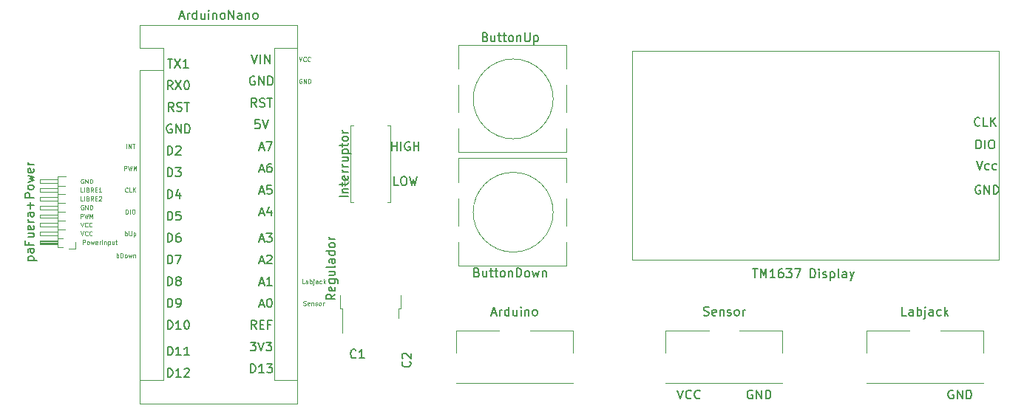
<source format=gbr>
G04 #@! TF.GenerationSoftware,KiCad,Pcbnew,5.1.1-8be2ce7~80~ubuntu16.04.1*
G04 #@! TF.CreationDate,2019-04-17T15:24:41+02:00*
G04 #@! TF.ProjectId,ConNano,436f6e4e-616e-46f2-9e6b-696361645f70,rev?*
G04 #@! TF.SameCoordinates,Original*
G04 #@! TF.FileFunction,Legend,Top*
G04 #@! TF.FilePolarity,Positive*
%FSLAX46Y46*%
G04 Gerber Fmt 4.6, Leading zero omitted, Abs format (unit mm)*
G04 Created by KiCad (PCBNEW 5.1.1-8be2ce7~80~ubuntu16.04.1) date 2019-04-17 15:24:41*
%MOMM*%
%LPD*%
G04 APERTURE LIST*
%ADD10C,0.100000*%
%ADD11C,0.150000*%
%ADD12C,0.120000*%
G04 APERTURE END LIST*
D10*
X61833333Y-56726190D02*
X62000000Y-57226190D01*
X62166666Y-56726190D01*
X62619047Y-57178571D02*
X62595238Y-57202380D01*
X62523809Y-57226190D01*
X62476190Y-57226190D01*
X62404761Y-57202380D01*
X62357142Y-57154761D01*
X62333333Y-57107142D01*
X62309523Y-57011904D01*
X62309523Y-56940476D01*
X62333333Y-56845238D01*
X62357142Y-56797619D01*
X62404761Y-56750000D01*
X62476190Y-56726190D01*
X62523809Y-56726190D01*
X62595238Y-56750000D01*
X62619047Y-56773809D01*
X63119047Y-57178571D02*
X63095238Y-57202380D01*
X63023809Y-57226190D01*
X62976190Y-57226190D01*
X62904761Y-57202380D01*
X62857142Y-57154761D01*
X62833333Y-57107142D01*
X62809523Y-57011904D01*
X62809523Y-56940476D01*
X62833333Y-56845238D01*
X62857142Y-56797619D01*
X62904761Y-56750000D01*
X62976190Y-56726190D01*
X63023809Y-56726190D01*
X63095238Y-56750000D01*
X63119047Y-56773809D01*
X62119047Y-59250000D02*
X62071428Y-59226190D01*
X62000000Y-59226190D01*
X61928571Y-59250000D01*
X61880952Y-59297619D01*
X61857142Y-59345238D01*
X61833333Y-59440476D01*
X61833333Y-59511904D01*
X61857142Y-59607142D01*
X61880952Y-59654761D01*
X61928571Y-59702380D01*
X62000000Y-59726190D01*
X62047619Y-59726190D01*
X62119047Y-59702380D01*
X62142857Y-59678571D01*
X62142857Y-59511904D01*
X62047619Y-59511904D01*
X62357142Y-59726190D02*
X62357142Y-59226190D01*
X62642857Y-59726190D01*
X62642857Y-59226190D01*
X62880952Y-59726190D02*
X62880952Y-59226190D01*
X63000000Y-59226190D01*
X63071428Y-59250000D01*
X63119047Y-59297619D01*
X63142857Y-59345238D01*
X63166666Y-59440476D01*
X63166666Y-59511904D01*
X63142857Y-59607142D01*
X63119047Y-59654761D01*
X63071428Y-59702380D01*
X63000000Y-59726190D01*
X62880952Y-59726190D01*
X62333333Y-85202380D02*
X62404761Y-85226190D01*
X62523809Y-85226190D01*
X62571428Y-85202380D01*
X62595238Y-85178571D01*
X62619047Y-85130952D01*
X62619047Y-85083333D01*
X62595238Y-85035714D01*
X62571428Y-85011904D01*
X62523809Y-84988095D01*
X62428571Y-84964285D01*
X62380952Y-84940476D01*
X62357142Y-84916666D01*
X62333333Y-84869047D01*
X62333333Y-84821428D01*
X62357142Y-84773809D01*
X62380952Y-84750000D01*
X62428571Y-84726190D01*
X62547619Y-84726190D01*
X62619047Y-84750000D01*
X63023809Y-85202380D02*
X62976190Y-85226190D01*
X62880952Y-85226190D01*
X62833333Y-85202380D01*
X62809523Y-85154761D01*
X62809523Y-84964285D01*
X62833333Y-84916666D01*
X62880952Y-84892857D01*
X62976190Y-84892857D01*
X63023809Y-84916666D01*
X63047619Y-84964285D01*
X63047619Y-85011904D01*
X62809523Y-85059523D01*
X63261904Y-84892857D02*
X63261904Y-85226190D01*
X63261904Y-84940476D02*
X63285714Y-84916666D01*
X63333333Y-84892857D01*
X63404761Y-84892857D01*
X63452380Y-84916666D01*
X63476190Y-84964285D01*
X63476190Y-85226190D01*
X63690476Y-85202380D02*
X63738095Y-85226190D01*
X63833333Y-85226190D01*
X63880952Y-85202380D01*
X63904761Y-85154761D01*
X63904761Y-85130952D01*
X63880952Y-85083333D01*
X63833333Y-85059523D01*
X63761904Y-85059523D01*
X63714285Y-85035714D01*
X63690476Y-84988095D01*
X63690476Y-84964285D01*
X63714285Y-84916666D01*
X63761904Y-84892857D01*
X63833333Y-84892857D01*
X63880952Y-84916666D01*
X64190476Y-85226190D02*
X64142857Y-85202380D01*
X64119047Y-85178571D01*
X64095238Y-85130952D01*
X64095238Y-84988095D01*
X64119047Y-84940476D01*
X64142857Y-84916666D01*
X64190476Y-84892857D01*
X64261904Y-84892857D01*
X64309523Y-84916666D01*
X64333333Y-84940476D01*
X64357142Y-84988095D01*
X64357142Y-85130952D01*
X64333333Y-85178571D01*
X64309523Y-85202380D01*
X64261904Y-85226190D01*
X64190476Y-85226190D01*
X64571428Y-85226190D02*
X64571428Y-84892857D01*
X64571428Y-84988095D02*
X64595238Y-84940476D01*
X64619047Y-84916666D01*
X64666666Y-84892857D01*
X64714285Y-84892857D01*
X62440476Y-82726190D02*
X62202380Y-82726190D01*
X62202380Y-82226190D01*
X62821428Y-82726190D02*
X62821428Y-82464285D01*
X62797619Y-82416666D01*
X62750000Y-82392857D01*
X62654761Y-82392857D01*
X62607142Y-82416666D01*
X62821428Y-82702380D02*
X62773809Y-82726190D01*
X62654761Y-82726190D01*
X62607142Y-82702380D01*
X62583333Y-82654761D01*
X62583333Y-82607142D01*
X62607142Y-82559523D01*
X62654761Y-82535714D01*
X62773809Y-82535714D01*
X62821428Y-82511904D01*
X63059523Y-82726190D02*
X63059523Y-82226190D01*
X63059523Y-82416666D02*
X63107142Y-82392857D01*
X63202380Y-82392857D01*
X63250000Y-82416666D01*
X63273809Y-82440476D01*
X63297619Y-82488095D01*
X63297619Y-82630952D01*
X63273809Y-82678571D01*
X63250000Y-82702380D01*
X63202380Y-82726190D01*
X63107142Y-82726190D01*
X63059523Y-82702380D01*
X63511904Y-82392857D02*
X63511904Y-82821428D01*
X63488095Y-82869047D01*
X63440476Y-82892857D01*
X63416666Y-82892857D01*
X63511904Y-82226190D02*
X63488095Y-82250000D01*
X63511904Y-82273809D01*
X63535714Y-82250000D01*
X63511904Y-82226190D01*
X63511904Y-82273809D01*
X63964285Y-82726190D02*
X63964285Y-82464285D01*
X63940476Y-82416666D01*
X63892857Y-82392857D01*
X63797619Y-82392857D01*
X63750000Y-82416666D01*
X63964285Y-82702380D02*
X63916666Y-82726190D01*
X63797619Y-82726190D01*
X63750000Y-82702380D01*
X63726190Y-82654761D01*
X63726190Y-82607142D01*
X63750000Y-82559523D01*
X63797619Y-82535714D01*
X63916666Y-82535714D01*
X63964285Y-82511904D01*
X64416666Y-82702380D02*
X64369047Y-82726190D01*
X64273809Y-82726190D01*
X64226190Y-82702380D01*
X64202380Y-82678571D01*
X64178571Y-82630952D01*
X64178571Y-82488095D01*
X64202380Y-82440476D01*
X64226190Y-82416666D01*
X64273809Y-82392857D01*
X64369047Y-82392857D01*
X64416666Y-82416666D01*
X64630952Y-82726190D02*
X64630952Y-82226190D01*
X64678571Y-82535714D02*
X64821428Y-82726190D01*
X64821428Y-82392857D02*
X64630952Y-82583333D01*
X40928571Y-79726190D02*
X40928571Y-79226190D01*
X40928571Y-79416666D02*
X40976190Y-79392857D01*
X41071428Y-79392857D01*
X41119047Y-79416666D01*
X41142857Y-79440476D01*
X41166666Y-79488095D01*
X41166666Y-79630952D01*
X41142857Y-79678571D01*
X41119047Y-79702380D01*
X41071428Y-79726190D01*
X40976190Y-79726190D01*
X40928571Y-79702380D01*
X41380952Y-79726190D02*
X41380952Y-79226190D01*
X41500000Y-79226190D01*
X41571428Y-79250000D01*
X41619047Y-79297619D01*
X41642857Y-79345238D01*
X41666666Y-79440476D01*
X41666666Y-79511904D01*
X41642857Y-79607142D01*
X41619047Y-79654761D01*
X41571428Y-79702380D01*
X41500000Y-79726190D01*
X41380952Y-79726190D01*
X41952380Y-79726190D02*
X41904761Y-79702380D01*
X41880952Y-79678571D01*
X41857142Y-79630952D01*
X41857142Y-79488095D01*
X41880952Y-79440476D01*
X41904761Y-79416666D01*
X41952380Y-79392857D01*
X42023809Y-79392857D01*
X42071428Y-79416666D01*
X42095238Y-79440476D01*
X42119047Y-79488095D01*
X42119047Y-79630952D01*
X42095238Y-79678571D01*
X42071428Y-79702380D01*
X42023809Y-79726190D01*
X41952380Y-79726190D01*
X42285714Y-79392857D02*
X42380952Y-79726190D01*
X42476190Y-79488095D01*
X42571428Y-79726190D01*
X42666666Y-79392857D01*
X42857142Y-79392857D02*
X42857142Y-79726190D01*
X42857142Y-79440476D02*
X42880952Y-79416666D01*
X42928571Y-79392857D01*
X42999999Y-79392857D01*
X43047619Y-79416666D01*
X43071428Y-79464285D01*
X43071428Y-79726190D01*
X41904761Y-77226190D02*
X41904761Y-76726190D01*
X41904761Y-76916666D02*
X41952380Y-76892857D01*
X42047619Y-76892857D01*
X42095238Y-76916666D01*
X42119047Y-76940476D01*
X42142857Y-76988095D01*
X42142857Y-77130952D01*
X42119047Y-77178571D01*
X42095238Y-77202380D01*
X42047619Y-77226190D01*
X41952380Y-77226190D01*
X41904761Y-77202380D01*
X42357142Y-76726190D02*
X42357142Y-77130952D01*
X42380952Y-77178571D01*
X42404761Y-77202380D01*
X42452380Y-77226190D01*
X42547619Y-77226190D01*
X42595238Y-77202380D01*
X42619047Y-77178571D01*
X42642857Y-77130952D01*
X42642857Y-76726190D01*
X42880952Y-76892857D02*
X42880952Y-77392857D01*
X42880952Y-76916666D02*
X42928571Y-76892857D01*
X43023809Y-76892857D01*
X43071428Y-76916666D01*
X43095238Y-76940476D01*
X43119047Y-76988095D01*
X43119047Y-77130952D01*
X43095238Y-77178571D01*
X43071428Y-77202380D01*
X43023809Y-77226190D01*
X42928571Y-77226190D01*
X42880952Y-77202380D01*
X41988095Y-74726190D02*
X41988095Y-74226190D01*
X42107142Y-74226190D01*
X42178571Y-74250000D01*
X42226190Y-74297619D01*
X42250000Y-74345238D01*
X42273809Y-74440476D01*
X42273809Y-74511904D01*
X42250000Y-74607142D01*
X42226190Y-74654761D01*
X42178571Y-74702380D01*
X42107142Y-74726190D01*
X41988095Y-74726190D01*
X42488095Y-74726190D02*
X42488095Y-74226190D01*
X42821428Y-74226190D02*
X42916666Y-74226190D01*
X42964285Y-74250000D01*
X43011904Y-74297619D01*
X43035714Y-74392857D01*
X43035714Y-74559523D01*
X43011904Y-74654761D01*
X42964285Y-74702380D01*
X42916666Y-74726190D01*
X42821428Y-74726190D01*
X42773809Y-74702380D01*
X42726190Y-74654761D01*
X42702380Y-74559523D01*
X42702380Y-74392857D01*
X42726190Y-74297619D01*
X42773809Y-74250000D01*
X42821428Y-74226190D01*
X42202380Y-72178571D02*
X42178571Y-72202380D01*
X42107142Y-72226190D01*
X42059523Y-72226190D01*
X41988095Y-72202380D01*
X41940476Y-72154761D01*
X41916666Y-72107142D01*
X41892857Y-72011904D01*
X41892857Y-71940476D01*
X41916666Y-71845238D01*
X41940476Y-71797619D01*
X41988095Y-71750000D01*
X42059523Y-71726190D01*
X42107142Y-71726190D01*
X42178571Y-71750000D01*
X42202380Y-71773809D01*
X42654761Y-72226190D02*
X42416666Y-72226190D01*
X42416666Y-71726190D01*
X42821428Y-72226190D02*
X42821428Y-71726190D01*
X43107142Y-72226190D02*
X42892857Y-71940476D01*
X43107142Y-71726190D02*
X42821428Y-72011904D01*
X41797619Y-69726190D02*
X41797619Y-69226190D01*
X41988095Y-69226190D01*
X42035714Y-69250000D01*
X42059523Y-69273809D01*
X42083333Y-69321428D01*
X42083333Y-69392857D01*
X42059523Y-69440476D01*
X42035714Y-69464285D01*
X41988095Y-69488095D01*
X41797619Y-69488095D01*
X42250000Y-69226190D02*
X42369047Y-69726190D01*
X42464285Y-69369047D01*
X42559523Y-69726190D01*
X42678571Y-69226190D01*
X42869047Y-69726190D02*
X42869047Y-69226190D01*
X43035714Y-69583333D01*
X43202380Y-69226190D01*
X43202380Y-69726190D01*
X42047619Y-67226190D02*
X42047619Y-66726190D01*
X42285714Y-67226190D02*
X42285714Y-66726190D01*
X42571428Y-67226190D01*
X42571428Y-66726190D01*
X42738095Y-66726190D02*
X43023809Y-66726190D01*
X42880952Y-67226190D02*
X42880952Y-66726190D01*
X36833333Y-76726190D02*
X37000000Y-77226190D01*
X37166666Y-76726190D01*
X37619047Y-77178571D02*
X37595238Y-77202380D01*
X37523809Y-77226190D01*
X37476190Y-77226190D01*
X37404761Y-77202380D01*
X37357142Y-77154761D01*
X37333333Y-77107142D01*
X37309523Y-77011904D01*
X37309523Y-76940476D01*
X37333333Y-76845238D01*
X37357142Y-76797619D01*
X37404761Y-76750000D01*
X37476190Y-76726190D01*
X37523809Y-76726190D01*
X37595238Y-76750000D01*
X37619047Y-76773809D01*
X38119047Y-77178571D02*
X38095238Y-77202380D01*
X38023809Y-77226190D01*
X37976190Y-77226190D01*
X37904761Y-77202380D01*
X37857142Y-77154761D01*
X37833333Y-77107142D01*
X37809523Y-77011904D01*
X37809523Y-76940476D01*
X37833333Y-76845238D01*
X37857142Y-76797619D01*
X37904761Y-76750000D01*
X37976190Y-76726190D01*
X38023809Y-76726190D01*
X38095238Y-76750000D01*
X38119047Y-76773809D01*
X37071428Y-78226190D02*
X37071428Y-77726190D01*
X37261904Y-77726190D01*
X37309523Y-77750000D01*
X37333333Y-77773809D01*
X37357142Y-77821428D01*
X37357142Y-77892857D01*
X37333333Y-77940476D01*
X37309523Y-77964285D01*
X37261904Y-77988095D01*
X37071428Y-77988095D01*
X37642857Y-78226190D02*
X37595238Y-78202380D01*
X37571428Y-78178571D01*
X37547619Y-78130952D01*
X37547619Y-77988095D01*
X37571428Y-77940476D01*
X37595238Y-77916666D01*
X37642857Y-77892857D01*
X37714285Y-77892857D01*
X37761904Y-77916666D01*
X37785714Y-77940476D01*
X37809523Y-77988095D01*
X37809523Y-78130952D01*
X37785714Y-78178571D01*
X37761904Y-78202380D01*
X37714285Y-78226190D01*
X37642857Y-78226190D01*
X37976190Y-77892857D02*
X38071428Y-78226190D01*
X38166666Y-77988095D01*
X38261904Y-78226190D01*
X38357142Y-77892857D01*
X38738095Y-78202380D02*
X38690476Y-78226190D01*
X38595238Y-78226190D01*
X38547619Y-78202380D01*
X38523809Y-78154761D01*
X38523809Y-77964285D01*
X38547619Y-77916666D01*
X38595238Y-77892857D01*
X38690476Y-77892857D01*
X38738095Y-77916666D01*
X38761904Y-77964285D01*
X38761904Y-78011904D01*
X38523809Y-78059523D01*
X38976190Y-78226190D02*
X38976190Y-77892857D01*
X38976190Y-77988095D02*
X39000000Y-77940476D01*
X39023809Y-77916666D01*
X39071428Y-77892857D01*
X39119047Y-77892857D01*
X39285714Y-78226190D02*
X39285714Y-77726190D01*
X39523809Y-77892857D02*
X39523809Y-78226190D01*
X39523809Y-77940476D02*
X39547619Y-77916666D01*
X39595238Y-77892857D01*
X39666666Y-77892857D01*
X39714285Y-77916666D01*
X39738095Y-77964285D01*
X39738095Y-78226190D01*
X39976190Y-77892857D02*
X39976190Y-78392857D01*
X39976190Y-77916666D02*
X40023809Y-77892857D01*
X40119047Y-77892857D01*
X40166666Y-77916666D01*
X40190476Y-77940476D01*
X40214285Y-77988095D01*
X40214285Y-78130952D01*
X40190476Y-78178571D01*
X40166666Y-78202380D01*
X40119047Y-78226190D01*
X40023809Y-78226190D01*
X39976190Y-78202380D01*
X40642857Y-77892857D02*
X40642857Y-78226190D01*
X40428571Y-77892857D02*
X40428571Y-78154761D01*
X40452380Y-78202380D01*
X40500000Y-78226190D01*
X40571428Y-78226190D01*
X40619047Y-78202380D01*
X40642857Y-78178571D01*
X40809523Y-77892857D02*
X41000000Y-77892857D01*
X40880952Y-77726190D02*
X40880952Y-78154761D01*
X40904761Y-78202380D01*
X40952380Y-78226190D01*
X41000000Y-78226190D01*
X37119047Y-70750000D02*
X37071428Y-70726190D01*
X37000000Y-70726190D01*
X36928571Y-70750000D01*
X36880952Y-70797619D01*
X36857142Y-70845238D01*
X36833333Y-70940476D01*
X36833333Y-71011904D01*
X36857142Y-71107142D01*
X36880952Y-71154761D01*
X36928571Y-71202380D01*
X37000000Y-71226190D01*
X37047619Y-71226190D01*
X37119047Y-71202380D01*
X37142857Y-71178571D01*
X37142857Y-71011904D01*
X37047619Y-71011904D01*
X37357142Y-71226190D02*
X37357142Y-70726190D01*
X37642857Y-71226190D01*
X37642857Y-70726190D01*
X37880952Y-71226190D02*
X37880952Y-70726190D01*
X38000000Y-70726190D01*
X38071428Y-70750000D01*
X38119047Y-70797619D01*
X38142857Y-70845238D01*
X38166666Y-70940476D01*
X38166666Y-71011904D01*
X38142857Y-71107142D01*
X38119047Y-71154761D01*
X38071428Y-71202380D01*
X38000000Y-71226190D01*
X37880952Y-71226190D01*
X37071428Y-72226190D02*
X36833333Y-72226190D01*
X36833333Y-71726190D01*
X37238095Y-72226190D02*
X37238095Y-71726190D01*
X37642857Y-71964285D02*
X37714285Y-71988095D01*
X37738095Y-72011904D01*
X37761904Y-72059523D01*
X37761904Y-72130952D01*
X37738095Y-72178571D01*
X37714285Y-72202380D01*
X37666666Y-72226190D01*
X37476190Y-72226190D01*
X37476190Y-71726190D01*
X37642857Y-71726190D01*
X37690476Y-71750000D01*
X37714285Y-71773809D01*
X37738095Y-71821428D01*
X37738095Y-71869047D01*
X37714285Y-71916666D01*
X37690476Y-71940476D01*
X37642857Y-71964285D01*
X37476190Y-71964285D01*
X38261904Y-72226190D02*
X38095238Y-71988095D01*
X37976190Y-72226190D02*
X37976190Y-71726190D01*
X38166666Y-71726190D01*
X38214285Y-71750000D01*
X38238095Y-71773809D01*
X38261904Y-71821428D01*
X38261904Y-71892857D01*
X38238095Y-71940476D01*
X38214285Y-71964285D01*
X38166666Y-71988095D01*
X37976190Y-71988095D01*
X38476190Y-71964285D02*
X38642857Y-71964285D01*
X38714285Y-72226190D02*
X38476190Y-72226190D01*
X38476190Y-71726190D01*
X38714285Y-71726190D01*
X39190476Y-72226190D02*
X38904761Y-72226190D01*
X39047619Y-72226190D02*
X39047619Y-71726190D01*
X39000000Y-71797619D01*
X38952380Y-71845238D01*
X38904761Y-71869047D01*
X37071428Y-73226190D02*
X36833333Y-73226190D01*
X36833333Y-72726190D01*
X37238095Y-73226190D02*
X37238095Y-72726190D01*
X37642857Y-72964285D02*
X37714285Y-72988095D01*
X37738095Y-73011904D01*
X37761904Y-73059523D01*
X37761904Y-73130952D01*
X37738095Y-73178571D01*
X37714285Y-73202380D01*
X37666666Y-73226190D01*
X37476190Y-73226190D01*
X37476190Y-72726190D01*
X37642857Y-72726190D01*
X37690476Y-72750000D01*
X37714285Y-72773809D01*
X37738095Y-72821428D01*
X37738095Y-72869047D01*
X37714285Y-72916666D01*
X37690476Y-72940476D01*
X37642857Y-72964285D01*
X37476190Y-72964285D01*
X38261904Y-73226190D02*
X38095238Y-72988095D01*
X37976190Y-73226190D02*
X37976190Y-72726190D01*
X38166666Y-72726190D01*
X38214285Y-72750000D01*
X38238095Y-72773809D01*
X38261904Y-72821428D01*
X38261904Y-72892857D01*
X38238095Y-72940476D01*
X38214285Y-72964285D01*
X38166666Y-72988095D01*
X37976190Y-72988095D01*
X38476190Y-72964285D02*
X38642857Y-72964285D01*
X38714285Y-73226190D02*
X38476190Y-73226190D01*
X38476190Y-72726190D01*
X38714285Y-72726190D01*
X38904761Y-72773809D02*
X38928571Y-72750000D01*
X38976190Y-72726190D01*
X39095238Y-72726190D01*
X39142857Y-72750000D01*
X39166666Y-72773809D01*
X39190476Y-72821428D01*
X39190476Y-72869047D01*
X39166666Y-72940476D01*
X38880952Y-73226190D01*
X39190476Y-73226190D01*
X37119047Y-73750000D02*
X37071428Y-73726190D01*
X37000000Y-73726190D01*
X36928571Y-73750000D01*
X36880952Y-73797619D01*
X36857142Y-73845238D01*
X36833333Y-73940476D01*
X36833333Y-74011904D01*
X36857142Y-74107142D01*
X36880952Y-74154761D01*
X36928571Y-74202380D01*
X37000000Y-74226190D01*
X37047619Y-74226190D01*
X37119047Y-74202380D01*
X37142857Y-74178571D01*
X37142857Y-74011904D01*
X37047619Y-74011904D01*
X37357142Y-74226190D02*
X37357142Y-73726190D01*
X37642857Y-74226190D01*
X37642857Y-73726190D01*
X37880952Y-74226190D02*
X37880952Y-73726190D01*
X38000000Y-73726190D01*
X38071428Y-73750000D01*
X38119047Y-73797619D01*
X38142857Y-73845238D01*
X38166666Y-73940476D01*
X38166666Y-74011904D01*
X38142857Y-74107142D01*
X38119047Y-74154761D01*
X38071428Y-74202380D01*
X38000000Y-74226190D01*
X37880952Y-74226190D01*
X36797619Y-75226190D02*
X36797619Y-74726190D01*
X36988095Y-74726190D01*
X37035714Y-74750000D01*
X37059523Y-74773809D01*
X37083333Y-74821428D01*
X37083333Y-74892857D01*
X37059523Y-74940476D01*
X37035714Y-74964285D01*
X36988095Y-74988095D01*
X36797619Y-74988095D01*
X37250000Y-74726190D02*
X37369047Y-75226190D01*
X37464285Y-74869047D01*
X37559523Y-75226190D01*
X37678571Y-74726190D01*
X37869047Y-75226190D02*
X37869047Y-74726190D01*
X38035714Y-75083333D01*
X38202380Y-74726190D01*
X38202380Y-75226190D01*
X36833333Y-75726190D02*
X37000000Y-76226190D01*
X37166666Y-75726190D01*
X37619047Y-76178571D02*
X37595238Y-76202380D01*
X37523809Y-76226190D01*
X37476190Y-76226190D01*
X37404761Y-76202380D01*
X37357142Y-76154761D01*
X37333333Y-76107142D01*
X37309523Y-76011904D01*
X37309523Y-75940476D01*
X37333333Y-75845238D01*
X37357142Y-75797619D01*
X37404761Y-75750000D01*
X37476190Y-75726190D01*
X37523809Y-75726190D01*
X37595238Y-75750000D01*
X37619047Y-75773809D01*
X38119047Y-76178571D02*
X38095238Y-76202380D01*
X38023809Y-76226190D01*
X37976190Y-76226190D01*
X37904761Y-76202380D01*
X37857142Y-76154761D01*
X37833333Y-76107142D01*
X37809523Y-76011904D01*
X37809523Y-75940476D01*
X37833333Y-75845238D01*
X37857142Y-75797619D01*
X37904761Y-75750000D01*
X37976190Y-75726190D01*
X38023809Y-75726190D01*
X38095238Y-75750000D01*
X38119047Y-75773809D01*
D11*
X136738095Y-95000000D02*
X136642857Y-94952380D01*
X136500000Y-94952380D01*
X136357142Y-95000000D01*
X136261904Y-95095238D01*
X136214285Y-95190476D01*
X136166666Y-95380952D01*
X136166666Y-95523809D01*
X136214285Y-95714285D01*
X136261904Y-95809523D01*
X136357142Y-95904761D01*
X136500000Y-95952380D01*
X136595238Y-95952380D01*
X136738095Y-95904761D01*
X136785714Y-95857142D01*
X136785714Y-95523809D01*
X136595238Y-95523809D01*
X137214285Y-95952380D02*
X137214285Y-94952380D01*
X137785714Y-95952380D01*
X137785714Y-94952380D01*
X138261904Y-95952380D02*
X138261904Y-94952380D01*
X138500000Y-94952380D01*
X138642857Y-95000000D01*
X138738095Y-95095238D01*
X138785714Y-95190476D01*
X138833333Y-95380952D01*
X138833333Y-95523809D01*
X138785714Y-95714285D01*
X138738095Y-95809523D01*
X138642857Y-95904761D01*
X138500000Y-95952380D01*
X138261904Y-95952380D01*
X113738095Y-95000000D02*
X113642857Y-94952380D01*
X113500000Y-94952380D01*
X113357142Y-95000000D01*
X113261904Y-95095238D01*
X113214285Y-95190476D01*
X113166666Y-95380952D01*
X113166666Y-95523809D01*
X113214285Y-95714285D01*
X113261904Y-95809523D01*
X113357142Y-95904761D01*
X113500000Y-95952380D01*
X113595238Y-95952380D01*
X113738095Y-95904761D01*
X113785714Y-95857142D01*
X113785714Y-95523809D01*
X113595238Y-95523809D01*
X114214285Y-95952380D02*
X114214285Y-94952380D01*
X114785714Y-95952380D01*
X114785714Y-94952380D01*
X115261904Y-95952380D02*
X115261904Y-94952380D01*
X115500000Y-94952380D01*
X115642857Y-95000000D01*
X115738095Y-95095238D01*
X115785714Y-95190476D01*
X115833333Y-95380952D01*
X115833333Y-95523809D01*
X115785714Y-95714285D01*
X115738095Y-95809523D01*
X115642857Y-95904761D01*
X115500000Y-95952380D01*
X115261904Y-95952380D01*
X105166666Y-94952380D02*
X105500000Y-95952380D01*
X105833333Y-94952380D01*
X106738095Y-95857142D02*
X106690476Y-95904761D01*
X106547619Y-95952380D01*
X106452380Y-95952380D01*
X106309523Y-95904761D01*
X106214285Y-95809523D01*
X106166666Y-95714285D01*
X106119047Y-95523809D01*
X106119047Y-95380952D01*
X106166666Y-95190476D01*
X106214285Y-95095238D01*
X106309523Y-95000000D01*
X106452380Y-94952380D01*
X106547619Y-94952380D01*
X106690476Y-95000000D01*
X106738095Y-95047619D01*
X107738095Y-95857142D02*
X107690476Y-95904761D01*
X107547619Y-95952380D01*
X107452380Y-95952380D01*
X107309523Y-95904761D01*
X107214285Y-95809523D01*
X107166666Y-95714285D01*
X107119047Y-95523809D01*
X107119047Y-95380952D01*
X107166666Y-95190476D01*
X107214285Y-95095238D01*
X107309523Y-95000000D01*
X107452380Y-94952380D01*
X107547619Y-94952380D01*
X107690476Y-95000000D01*
X107738095Y-95047619D01*
X73214285Y-71452380D02*
X72738095Y-71452380D01*
X72738095Y-70452380D01*
X73738095Y-70452380D02*
X73928571Y-70452380D01*
X74023809Y-70500000D01*
X74119047Y-70595238D01*
X74166666Y-70785714D01*
X74166666Y-71119047D01*
X74119047Y-71309523D01*
X74023809Y-71404761D01*
X73928571Y-71452380D01*
X73738095Y-71452380D01*
X73642857Y-71404761D01*
X73547619Y-71309523D01*
X73500000Y-71119047D01*
X73500000Y-70785714D01*
X73547619Y-70595238D01*
X73642857Y-70500000D01*
X73738095Y-70452380D01*
X74500000Y-70452380D02*
X74738095Y-71452380D01*
X74928571Y-70738095D01*
X75119047Y-71452380D01*
X75357142Y-70452380D01*
X72452380Y-67452380D02*
X72452380Y-66452380D01*
X72452380Y-66928571D02*
X73023809Y-66928571D01*
X73023809Y-67452380D02*
X73023809Y-66452380D01*
X73500000Y-67452380D02*
X73500000Y-66452380D01*
X74500000Y-66500000D02*
X74404761Y-66452380D01*
X74261904Y-66452380D01*
X74119047Y-66500000D01*
X74023809Y-66595238D01*
X73976190Y-66690476D01*
X73928571Y-66880952D01*
X73928571Y-67023809D01*
X73976190Y-67214285D01*
X74023809Y-67309523D01*
X74119047Y-67404761D01*
X74261904Y-67452380D01*
X74357142Y-67452380D01*
X74500000Y-67404761D01*
X74547619Y-67357142D01*
X74547619Y-67023809D01*
X74357142Y-67023809D01*
X74976190Y-67452380D02*
X74976190Y-66452380D01*
X74976190Y-66928571D02*
X75547619Y-66928571D01*
X75547619Y-67452380D02*
X75547619Y-66452380D01*
X56285714Y-92952380D02*
X56285714Y-91952380D01*
X56523809Y-91952380D01*
X56666666Y-92000000D01*
X56761904Y-92095238D01*
X56809523Y-92190476D01*
X56857142Y-92380952D01*
X56857142Y-92523809D01*
X56809523Y-92714285D01*
X56761904Y-92809523D01*
X56666666Y-92904761D01*
X56523809Y-92952380D01*
X56285714Y-92952380D01*
X57809523Y-92952380D02*
X57238095Y-92952380D01*
X57523809Y-92952380D02*
X57523809Y-91952380D01*
X57428571Y-92095238D01*
X57333333Y-92190476D01*
X57238095Y-92238095D01*
X58142857Y-91952380D02*
X58761904Y-91952380D01*
X58428571Y-92333333D01*
X58571428Y-92333333D01*
X58666666Y-92380952D01*
X58714285Y-92428571D01*
X58761904Y-92523809D01*
X58761904Y-92761904D01*
X58714285Y-92857142D01*
X58666666Y-92904761D01*
X58571428Y-92952380D01*
X58285714Y-92952380D01*
X58190476Y-92904761D01*
X58142857Y-92857142D01*
X56261904Y-89452380D02*
X56880952Y-89452380D01*
X56547619Y-89833333D01*
X56690476Y-89833333D01*
X56785714Y-89880952D01*
X56833333Y-89928571D01*
X56880952Y-90023809D01*
X56880952Y-90261904D01*
X56833333Y-90357142D01*
X56785714Y-90404761D01*
X56690476Y-90452380D01*
X56404761Y-90452380D01*
X56309523Y-90404761D01*
X56261904Y-90357142D01*
X57166666Y-89452380D02*
X57500000Y-90452380D01*
X57833333Y-89452380D01*
X58071428Y-89452380D02*
X58690476Y-89452380D01*
X58357142Y-89833333D01*
X58500000Y-89833333D01*
X58595238Y-89880952D01*
X58642857Y-89928571D01*
X58690476Y-90023809D01*
X58690476Y-90261904D01*
X58642857Y-90357142D01*
X58595238Y-90404761D01*
X58500000Y-90452380D01*
X58214285Y-90452380D01*
X58119047Y-90404761D01*
X58071428Y-90357142D01*
X56928571Y-87952380D02*
X56595238Y-87476190D01*
X56357142Y-87952380D02*
X56357142Y-86952380D01*
X56738095Y-86952380D01*
X56833333Y-87000000D01*
X56880952Y-87047619D01*
X56928571Y-87142857D01*
X56928571Y-87285714D01*
X56880952Y-87380952D01*
X56833333Y-87428571D01*
X56738095Y-87476190D01*
X56357142Y-87476190D01*
X57357142Y-87428571D02*
X57690476Y-87428571D01*
X57833333Y-87952380D02*
X57357142Y-87952380D01*
X57357142Y-86952380D01*
X57833333Y-86952380D01*
X58595238Y-87428571D02*
X58261904Y-87428571D01*
X58261904Y-87952380D02*
X58261904Y-86952380D01*
X58738095Y-86952380D01*
X57285714Y-85166666D02*
X57761904Y-85166666D01*
X57190476Y-85452380D02*
X57523809Y-84452380D01*
X57857142Y-85452380D01*
X58380952Y-84452380D02*
X58476190Y-84452380D01*
X58571428Y-84500000D01*
X58619047Y-84547619D01*
X58666666Y-84642857D01*
X58714285Y-84833333D01*
X58714285Y-85071428D01*
X58666666Y-85261904D01*
X58619047Y-85357142D01*
X58571428Y-85404761D01*
X58476190Y-85452380D01*
X58380952Y-85452380D01*
X58285714Y-85404761D01*
X58238095Y-85357142D01*
X58190476Y-85261904D01*
X58142857Y-85071428D01*
X58142857Y-84833333D01*
X58190476Y-84642857D01*
X58238095Y-84547619D01*
X58285714Y-84500000D01*
X58380952Y-84452380D01*
X57285714Y-82666666D02*
X57761904Y-82666666D01*
X57190476Y-82952380D02*
X57523809Y-81952380D01*
X57857142Y-82952380D01*
X58714285Y-82952380D02*
X58142857Y-82952380D01*
X58428571Y-82952380D02*
X58428571Y-81952380D01*
X58333333Y-82095238D01*
X58238095Y-82190476D01*
X58142857Y-82238095D01*
X57285714Y-80166666D02*
X57761904Y-80166666D01*
X57190476Y-80452380D02*
X57523809Y-79452380D01*
X57857142Y-80452380D01*
X58142857Y-79547619D02*
X58190476Y-79500000D01*
X58285714Y-79452380D01*
X58523809Y-79452380D01*
X58619047Y-79500000D01*
X58666666Y-79547619D01*
X58714285Y-79642857D01*
X58714285Y-79738095D01*
X58666666Y-79880952D01*
X58095238Y-80452380D01*
X58714285Y-80452380D01*
X57285714Y-77666666D02*
X57761904Y-77666666D01*
X57190476Y-77952380D02*
X57523809Y-76952380D01*
X57857142Y-77952380D01*
X58095238Y-76952380D02*
X58714285Y-76952380D01*
X58380952Y-77333333D01*
X58523809Y-77333333D01*
X58619047Y-77380952D01*
X58666666Y-77428571D01*
X58714285Y-77523809D01*
X58714285Y-77761904D01*
X58666666Y-77857142D01*
X58619047Y-77904761D01*
X58523809Y-77952380D01*
X58238095Y-77952380D01*
X58142857Y-77904761D01*
X58095238Y-77857142D01*
X57285714Y-74666666D02*
X57761904Y-74666666D01*
X57190476Y-74952380D02*
X57523809Y-73952380D01*
X57857142Y-74952380D01*
X58619047Y-74285714D02*
X58619047Y-74952380D01*
X58380952Y-73904761D02*
X58142857Y-74619047D01*
X58761904Y-74619047D01*
X57285714Y-72166666D02*
X57761904Y-72166666D01*
X57190476Y-72452380D02*
X57523809Y-71452380D01*
X57857142Y-72452380D01*
X58666666Y-71452380D02*
X58190476Y-71452380D01*
X58142857Y-71928571D01*
X58190476Y-71880952D01*
X58285714Y-71833333D01*
X58523809Y-71833333D01*
X58619047Y-71880952D01*
X58666666Y-71928571D01*
X58714285Y-72023809D01*
X58714285Y-72261904D01*
X58666666Y-72357142D01*
X58619047Y-72404761D01*
X58523809Y-72452380D01*
X58285714Y-72452380D01*
X58190476Y-72404761D01*
X58142857Y-72357142D01*
X57285714Y-69666666D02*
X57761904Y-69666666D01*
X57190476Y-69952380D02*
X57523809Y-68952380D01*
X57857142Y-69952380D01*
X58619047Y-68952380D02*
X58428571Y-68952380D01*
X58333333Y-69000000D01*
X58285714Y-69047619D01*
X58190476Y-69190476D01*
X58142857Y-69380952D01*
X58142857Y-69761904D01*
X58190476Y-69857142D01*
X58238095Y-69904761D01*
X58333333Y-69952380D01*
X58523809Y-69952380D01*
X58619047Y-69904761D01*
X58666666Y-69857142D01*
X58714285Y-69761904D01*
X58714285Y-69523809D01*
X58666666Y-69428571D01*
X58619047Y-69380952D01*
X58523809Y-69333333D01*
X58333333Y-69333333D01*
X58238095Y-69380952D01*
X58190476Y-69428571D01*
X58142857Y-69523809D01*
X57285714Y-67166666D02*
X57761904Y-67166666D01*
X57190476Y-67452380D02*
X57523809Y-66452380D01*
X57857142Y-67452380D01*
X58095238Y-66452380D02*
X58761904Y-66452380D01*
X58333333Y-67452380D01*
X57309523Y-63952380D02*
X56833333Y-63952380D01*
X56785714Y-64428571D01*
X56833333Y-64380952D01*
X56928571Y-64333333D01*
X57166666Y-64333333D01*
X57261904Y-64380952D01*
X57309523Y-64428571D01*
X57357142Y-64523809D01*
X57357142Y-64761904D01*
X57309523Y-64857142D01*
X57261904Y-64904761D01*
X57166666Y-64952380D01*
X56928571Y-64952380D01*
X56833333Y-64904761D01*
X56785714Y-64857142D01*
X57642857Y-63952380D02*
X57976190Y-64952380D01*
X58309523Y-63952380D01*
X56952380Y-62452380D02*
X56619047Y-61976190D01*
X56380952Y-62452380D02*
X56380952Y-61452380D01*
X56761904Y-61452380D01*
X56857142Y-61500000D01*
X56904761Y-61547619D01*
X56952380Y-61642857D01*
X56952380Y-61785714D01*
X56904761Y-61880952D01*
X56857142Y-61928571D01*
X56761904Y-61976190D01*
X56380952Y-61976190D01*
X57333333Y-62404761D02*
X57476190Y-62452380D01*
X57714285Y-62452380D01*
X57809523Y-62404761D01*
X57857142Y-62357142D01*
X57904761Y-62261904D01*
X57904761Y-62166666D01*
X57857142Y-62071428D01*
X57809523Y-62023809D01*
X57714285Y-61976190D01*
X57523809Y-61928571D01*
X57428571Y-61880952D01*
X57380952Y-61833333D01*
X57333333Y-61738095D01*
X57333333Y-61642857D01*
X57380952Y-61547619D01*
X57428571Y-61500000D01*
X57523809Y-61452380D01*
X57761904Y-61452380D01*
X57904761Y-61500000D01*
X58190476Y-61452380D02*
X58761904Y-61452380D01*
X58476190Y-62452380D02*
X58476190Y-61452380D01*
X56738095Y-59000000D02*
X56642857Y-58952380D01*
X56500000Y-58952380D01*
X56357142Y-59000000D01*
X56261904Y-59095238D01*
X56214285Y-59190476D01*
X56166666Y-59380952D01*
X56166666Y-59523809D01*
X56214285Y-59714285D01*
X56261904Y-59809523D01*
X56357142Y-59904761D01*
X56500000Y-59952380D01*
X56595238Y-59952380D01*
X56738095Y-59904761D01*
X56785714Y-59857142D01*
X56785714Y-59523809D01*
X56595238Y-59523809D01*
X57214285Y-59952380D02*
X57214285Y-58952380D01*
X57785714Y-59952380D01*
X57785714Y-58952380D01*
X58261904Y-59952380D02*
X58261904Y-58952380D01*
X58500000Y-58952380D01*
X58642857Y-59000000D01*
X58738095Y-59095238D01*
X58785714Y-59190476D01*
X58833333Y-59380952D01*
X58833333Y-59523809D01*
X58785714Y-59714285D01*
X58738095Y-59809523D01*
X58642857Y-59904761D01*
X58500000Y-59952380D01*
X58261904Y-59952380D01*
X56404761Y-56452380D02*
X56738095Y-57452380D01*
X57071428Y-56452380D01*
X57404761Y-57452380D02*
X57404761Y-56452380D01*
X57880952Y-57452380D02*
X57880952Y-56452380D01*
X58452380Y-57452380D01*
X58452380Y-56452380D01*
X46761904Y-56952380D02*
X47333333Y-56952380D01*
X47047619Y-57952380D02*
X47047619Y-56952380D01*
X47571428Y-56952380D02*
X48238095Y-57952380D01*
X48238095Y-56952380D02*
X47571428Y-57952380D01*
X49142857Y-57952380D02*
X48571428Y-57952380D01*
X48857142Y-57952380D02*
X48857142Y-56952380D01*
X48761904Y-57095238D01*
X48666666Y-57190476D01*
X48571428Y-57238095D01*
X47357142Y-60452380D02*
X47023809Y-59976190D01*
X46785714Y-60452380D02*
X46785714Y-59452380D01*
X47166666Y-59452380D01*
X47261904Y-59500000D01*
X47309523Y-59547619D01*
X47357142Y-59642857D01*
X47357142Y-59785714D01*
X47309523Y-59880952D01*
X47261904Y-59928571D01*
X47166666Y-59976190D01*
X46785714Y-59976190D01*
X47690476Y-59452380D02*
X48357142Y-60452380D01*
X48357142Y-59452380D02*
X47690476Y-60452380D01*
X48928571Y-59452380D02*
X49023809Y-59452380D01*
X49119047Y-59500000D01*
X49166666Y-59547619D01*
X49214285Y-59642857D01*
X49261904Y-59833333D01*
X49261904Y-60071428D01*
X49214285Y-60261904D01*
X49166666Y-60357142D01*
X49119047Y-60404761D01*
X49023809Y-60452380D01*
X48928571Y-60452380D01*
X48833333Y-60404761D01*
X48785714Y-60357142D01*
X48738095Y-60261904D01*
X48690476Y-60071428D01*
X48690476Y-59833333D01*
X48738095Y-59642857D01*
X48785714Y-59547619D01*
X48833333Y-59500000D01*
X48928571Y-59452380D01*
X47452380Y-62952380D02*
X47119047Y-62476190D01*
X46880952Y-62952380D02*
X46880952Y-61952380D01*
X47261904Y-61952380D01*
X47357142Y-62000000D01*
X47404761Y-62047619D01*
X47452380Y-62142857D01*
X47452380Y-62285714D01*
X47404761Y-62380952D01*
X47357142Y-62428571D01*
X47261904Y-62476190D01*
X46880952Y-62476190D01*
X47833333Y-62904761D02*
X47976190Y-62952380D01*
X48214285Y-62952380D01*
X48309523Y-62904761D01*
X48357142Y-62857142D01*
X48404761Y-62761904D01*
X48404761Y-62666666D01*
X48357142Y-62571428D01*
X48309523Y-62523809D01*
X48214285Y-62476190D01*
X48023809Y-62428571D01*
X47928571Y-62380952D01*
X47880952Y-62333333D01*
X47833333Y-62238095D01*
X47833333Y-62142857D01*
X47880952Y-62047619D01*
X47928571Y-62000000D01*
X48023809Y-61952380D01*
X48261904Y-61952380D01*
X48404761Y-62000000D01*
X48690476Y-61952380D02*
X49261904Y-61952380D01*
X48976190Y-62952380D02*
X48976190Y-61952380D01*
X47238095Y-64500000D02*
X47142857Y-64452380D01*
X47000000Y-64452380D01*
X46857142Y-64500000D01*
X46761904Y-64595238D01*
X46714285Y-64690476D01*
X46666666Y-64880952D01*
X46666666Y-65023809D01*
X46714285Y-65214285D01*
X46761904Y-65309523D01*
X46857142Y-65404761D01*
X47000000Y-65452380D01*
X47095238Y-65452380D01*
X47238095Y-65404761D01*
X47285714Y-65357142D01*
X47285714Y-65023809D01*
X47095238Y-65023809D01*
X47714285Y-65452380D02*
X47714285Y-64452380D01*
X48285714Y-65452380D01*
X48285714Y-64452380D01*
X48761904Y-65452380D02*
X48761904Y-64452380D01*
X49000000Y-64452380D01*
X49142857Y-64500000D01*
X49238095Y-64595238D01*
X49285714Y-64690476D01*
X49333333Y-64880952D01*
X49333333Y-65023809D01*
X49285714Y-65214285D01*
X49238095Y-65309523D01*
X49142857Y-65404761D01*
X49000000Y-65452380D01*
X48761904Y-65452380D01*
X46761904Y-67952380D02*
X46761904Y-66952380D01*
X47000000Y-66952380D01*
X47142857Y-67000000D01*
X47238095Y-67095238D01*
X47285714Y-67190476D01*
X47333333Y-67380952D01*
X47333333Y-67523809D01*
X47285714Y-67714285D01*
X47238095Y-67809523D01*
X47142857Y-67904761D01*
X47000000Y-67952380D01*
X46761904Y-67952380D01*
X47714285Y-67047619D02*
X47761904Y-67000000D01*
X47857142Y-66952380D01*
X48095238Y-66952380D01*
X48190476Y-67000000D01*
X48238095Y-67047619D01*
X48285714Y-67142857D01*
X48285714Y-67238095D01*
X48238095Y-67380952D01*
X47666666Y-67952380D01*
X48285714Y-67952380D01*
X46761904Y-70452380D02*
X46761904Y-69452380D01*
X47000000Y-69452380D01*
X47142857Y-69500000D01*
X47238095Y-69595238D01*
X47285714Y-69690476D01*
X47333333Y-69880952D01*
X47333333Y-70023809D01*
X47285714Y-70214285D01*
X47238095Y-70309523D01*
X47142857Y-70404761D01*
X47000000Y-70452380D01*
X46761904Y-70452380D01*
X47666666Y-69452380D02*
X48285714Y-69452380D01*
X47952380Y-69833333D01*
X48095238Y-69833333D01*
X48190476Y-69880952D01*
X48238095Y-69928571D01*
X48285714Y-70023809D01*
X48285714Y-70261904D01*
X48238095Y-70357142D01*
X48190476Y-70404761D01*
X48095238Y-70452380D01*
X47809523Y-70452380D01*
X47714285Y-70404761D01*
X47666666Y-70357142D01*
X46761904Y-72952380D02*
X46761904Y-71952380D01*
X47000000Y-71952380D01*
X47142857Y-72000000D01*
X47238095Y-72095238D01*
X47285714Y-72190476D01*
X47333333Y-72380952D01*
X47333333Y-72523809D01*
X47285714Y-72714285D01*
X47238095Y-72809523D01*
X47142857Y-72904761D01*
X47000000Y-72952380D01*
X46761904Y-72952380D01*
X48190476Y-72285714D02*
X48190476Y-72952380D01*
X47952380Y-71904761D02*
X47714285Y-72619047D01*
X48333333Y-72619047D01*
X46761904Y-75452380D02*
X46761904Y-74452380D01*
X47000000Y-74452380D01*
X47142857Y-74500000D01*
X47238095Y-74595238D01*
X47285714Y-74690476D01*
X47333333Y-74880952D01*
X47333333Y-75023809D01*
X47285714Y-75214285D01*
X47238095Y-75309523D01*
X47142857Y-75404761D01*
X47000000Y-75452380D01*
X46761904Y-75452380D01*
X48238095Y-74452380D02*
X47761904Y-74452380D01*
X47714285Y-74928571D01*
X47761904Y-74880952D01*
X47857142Y-74833333D01*
X48095238Y-74833333D01*
X48190476Y-74880952D01*
X48238095Y-74928571D01*
X48285714Y-75023809D01*
X48285714Y-75261904D01*
X48238095Y-75357142D01*
X48190476Y-75404761D01*
X48095238Y-75452380D01*
X47857142Y-75452380D01*
X47761904Y-75404761D01*
X47714285Y-75357142D01*
X46761904Y-77952380D02*
X46761904Y-76952380D01*
X47000000Y-76952380D01*
X47142857Y-77000000D01*
X47238095Y-77095238D01*
X47285714Y-77190476D01*
X47333333Y-77380952D01*
X47333333Y-77523809D01*
X47285714Y-77714285D01*
X47238095Y-77809523D01*
X47142857Y-77904761D01*
X47000000Y-77952380D01*
X46761904Y-77952380D01*
X48190476Y-76952380D02*
X48000000Y-76952380D01*
X47904761Y-77000000D01*
X47857142Y-77047619D01*
X47761904Y-77190476D01*
X47714285Y-77380952D01*
X47714285Y-77761904D01*
X47761904Y-77857142D01*
X47809523Y-77904761D01*
X47904761Y-77952380D01*
X48095238Y-77952380D01*
X48190476Y-77904761D01*
X48238095Y-77857142D01*
X48285714Y-77761904D01*
X48285714Y-77523809D01*
X48238095Y-77428571D01*
X48190476Y-77380952D01*
X48095238Y-77333333D01*
X47904761Y-77333333D01*
X47809523Y-77380952D01*
X47761904Y-77428571D01*
X47714285Y-77523809D01*
X46761904Y-80452380D02*
X46761904Y-79452380D01*
X47000000Y-79452380D01*
X47142857Y-79500000D01*
X47238095Y-79595238D01*
X47285714Y-79690476D01*
X47333333Y-79880952D01*
X47333333Y-80023809D01*
X47285714Y-80214285D01*
X47238095Y-80309523D01*
X47142857Y-80404761D01*
X47000000Y-80452380D01*
X46761904Y-80452380D01*
X47666666Y-79452380D02*
X48333333Y-79452380D01*
X47904761Y-80452380D01*
X46761904Y-82952380D02*
X46761904Y-81952380D01*
X47000000Y-81952380D01*
X47142857Y-82000000D01*
X47238095Y-82095238D01*
X47285714Y-82190476D01*
X47333333Y-82380952D01*
X47333333Y-82523809D01*
X47285714Y-82714285D01*
X47238095Y-82809523D01*
X47142857Y-82904761D01*
X47000000Y-82952380D01*
X46761904Y-82952380D01*
X47904761Y-82380952D02*
X47809523Y-82333333D01*
X47761904Y-82285714D01*
X47714285Y-82190476D01*
X47714285Y-82142857D01*
X47761904Y-82047619D01*
X47809523Y-82000000D01*
X47904761Y-81952380D01*
X48095238Y-81952380D01*
X48190476Y-82000000D01*
X48238095Y-82047619D01*
X48285714Y-82142857D01*
X48285714Y-82190476D01*
X48238095Y-82285714D01*
X48190476Y-82333333D01*
X48095238Y-82380952D01*
X47904761Y-82380952D01*
X47809523Y-82428571D01*
X47761904Y-82476190D01*
X47714285Y-82571428D01*
X47714285Y-82761904D01*
X47761904Y-82857142D01*
X47809523Y-82904761D01*
X47904761Y-82952380D01*
X48095238Y-82952380D01*
X48190476Y-82904761D01*
X48238095Y-82857142D01*
X48285714Y-82761904D01*
X48285714Y-82571428D01*
X48238095Y-82476190D01*
X48190476Y-82428571D01*
X48095238Y-82380952D01*
X46761904Y-85452380D02*
X46761904Y-84452380D01*
X47000000Y-84452380D01*
X47142857Y-84500000D01*
X47238095Y-84595238D01*
X47285714Y-84690476D01*
X47333333Y-84880952D01*
X47333333Y-85023809D01*
X47285714Y-85214285D01*
X47238095Y-85309523D01*
X47142857Y-85404761D01*
X47000000Y-85452380D01*
X46761904Y-85452380D01*
X47809523Y-85452380D02*
X48000000Y-85452380D01*
X48095238Y-85404761D01*
X48142857Y-85357142D01*
X48238095Y-85214285D01*
X48285714Y-85023809D01*
X48285714Y-84642857D01*
X48238095Y-84547619D01*
X48190476Y-84500000D01*
X48095238Y-84452380D01*
X47904761Y-84452380D01*
X47809523Y-84500000D01*
X47761904Y-84547619D01*
X47714285Y-84642857D01*
X47714285Y-84880952D01*
X47761904Y-84976190D01*
X47809523Y-85023809D01*
X47904761Y-85071428D01*
X48095238Y-85071428D01*
X48190476Y-85023809D01*
X48238095Y-84976190D01*
X48285714Y-84880952D01*
X46785714Y-87952380D02*
X46785714Y-86952380D01*
X47023809Y-86952380D01*
X47166666Y-87000000D01*
X47261904Y-87095238D01*
X47309523Y-87190476D01*
X47357142Y-87380952D01*
X47357142Y-87523809D01*
X47309523Y-87714285D01*
X47261904Y-87809523D01*
X47166666Y-87904761D01*
X47023809Y-87952380D01*
X46785714Y-87952380D01*
X48309523Y-87952380D02*
X47738095Y-87952380D01*
X48023809Y-87952380D02*
X48023809Y-86952380D01*
X47928571Y-87095238D01*
X47833333Y-87190476D01*
X47738095Y-87238095D01*
X48928571Y-86952380D02*
X49023809Y-86952380D01*
X49119047Y-87000000D01*
X49166666Y-87047619D01*
X49214285Y-87142857D01*
X49261904Y-87333333D01*
X49261904Y-87571428D01*
X49214285Y-87761904D01*
X49166666Y-87857142D01*
X49119047Y-87904761D01*
X49023809Y-87952380D01*
X48928571Y-87952380D01*
X48833333Y-87904761D01*
X48785714Y-87857142D01*
X48738095Y-87761904D01*
X48690476Y-87571428D01*
X48690476Y-87333333D01*
X48738095Y-87142857D01*
X48785714Y-87047619D01*
X48833333Y-87000000D01*
X48928571Y-86952380D01*
X46785714Y-90952380D02*
X46785714Y-89952380D01*
X47023809Y-89952380D01*
X47166666Y-90000000D01*
X47261904Y-90095238D01*
X47309523Y-90190476D01*
X47357142Y-90380952D01*
X47357142Y-90523809D01*
X47309523Y-90714285D01*
X47261904Y-90809523D01*
X47166666Y-90904761D01*
X47023809Y-90952380D01*
X46785714Y-90952380D01*
X48309523Y-90952380D02*
X47738095Y-90952380D01*
X48023809Y-90952380D02*
X48023809Y-89952380D01*
X47928571Y-90095238D01*
X47833333Y-90190476D01*
X47738095Y-90238095D01*
X49261904Y-90952380D02*
X48690476Y-90952380D01*
X48976190Y-90952380D02*
X48976190Y-89952380D01*
X48880952Y-90095238D01*
X48785714Y-90190476D01*
X48690476Y-90238095D01*
X46785714Y-93452380D02*
X46785714Y-92452380D01*
X47023809Y-92452380D01*
X47166666Y-92500000D01*
X47261904Y-92595238D01*
X47309523Y-92690476D01*
X47357142Y-92880952D01*
X47357142Y-93023809D01*
X47309523Y-93214285D01*
X47261904Y-93309523D01*
X47166666Y-93404761D01*
X47023809Y-93452380D01*
X46785714Y-93452380D01*
X48309523Y-93452380D02*
X47738095Y-93452380D01*
X48023809Y-93452380D02*
X48023809Y-92452380D01*
X47928571Y-92595238D01*
X47833333Y-92690476D01*
X47738095Y-92738095D01*
X48690476Y-92547619D02*
X48738095Y-92500000D01*
X48833333Y-92452380D01*
X49071428Y-92452380D01*
X49166666Y-92500000D01*
X49214285Y-92547619D01*
X49261904Y-92642857D01*
X49261904Y-92738095D01*
X49214285Y-92880952D01*
X48642857Y-93452380D01*
X49261904Y-93452380D01*
D12*
X100000000Y-80000000D02*
X100000000Y-56000000D01*
X142000000Y-80000000D02*
X100000000Y-80000000D01*
X142000000Y-56000000D02*
X142000000Y-80000000D01*
X100000000Y-56000000D02*
X142000000Y-56000000D01*
X46270000Y-58270000D02*
X46270000Y-55730000D01*
X46270000Y-55730000D02*
X43600000Y-55730000D01*
X43600000Y-58270000D02*
X43600000Y-96500000D01*
X43600000Y-53060000D02*
X43600000Y-55730000D01*
X58970000Y-55730000D02*
X61640000Y-55730000D01*
X58970000Y-55730000D02*
X58970000Y-93830000D01*
X58970000Y-93830000D02*
X61640000Y-93830000D01*
X46270000Y-58270000D02*
X43600000Y-58270000D01*
X46270000Y-58270000D02*
X46270000Y-93830000D01*
X46270000Y-93830000D02*
X43600000Y-93830000D01*
X43600000Y-96500000D02*
X61640000Y-96500000D01*
X61640000Y-96500000D02*
X61640000Y-53060000D01*
X61640000Y-53060000D02*
X43600000Y-53060000D01*
X93200000Y-94100000D02*
X79800000Y-94100000D01*
X93200000Y-88100000D02*
X88250000Y-88100000D01*
X93200000Y-88100000D02*
X93200000Y-90700000D01*
X79800000Y-88100000D02*
X79800000Y-90700000D01*
X79800000Y-88100000D02*
X84750000Y-88100000D01*
X126800000Y-88100000D02*
X131750000Y-88100000D01*
X126800000Y-88100000D02*
X126800000Y-90700000D01*
X140200000Y-88100000D02*
X140200000Y-90700000D01*
X140200000Y-88100000D02*
X135250000Y-88100000D01*
X140200000Y-94100000D02*
X126800000Y-94100000D01*
X103800000Y-88100000D02*
X108750000Y-88100000D01*
X103800000Y-88100000D02*
X103800000Y-90700000D01*
X117200000Y-88100000D02*
X117200000Y-90700000D01*
X117200000Y-88100000D02*
X112250000Y-88100000D01*
X117200000Y-94100000D02*
X103800000Y-94100000D01*
X80100000Y-55350000D02*
X92400000Y-55350000D01*
X92400000Y-59930000D02*
X92400000Y-63070000D01*
X92400000Y-67650000D02*
X80100000Y-67650000D01*
X80100000Y-58070000D02*
X80100000Y-55350000D01*
X90929050Y-61540000D02*
G75*
G03X90929050Y-61540000I-4579050J0D01*
G01*
X80100000Y-67650000D02*
X80100000Y-64930000D01*
X80100000Y-63070000D02*
X80100000Y-59930000D01*
X92400000Y-64930000D02*
X92400000Y-67650000D01*
X92400000Y-55350000D02*
X92400000Y-58070000D01*
X92400000Y-68350000D02*
X92400000Y-71070000D01*
X92400000Y-77930000D02*
X92400000Y-80650000D01*
X80100000Y-76070000D02*
X80100000Y-72930000D01*
X80100000Y-80650000D02*
X80100000Y-77930000D01*
X90929050Y-74540000D02*
G75*
G03X90929050Y-74540000I-4579050J0D01*
G01*
X80100000Y-71070000D02*
X80100000Y-68350000D01*
X92400000Y-80650000D02*
X80100000Y-80650000D01*
X92400000Y-72930000D02*
X92400000Y-76070000D01*
X80100000Y-68350000D02*
X92400000Y-68350000D01*
X67740000Y-73410000D02*
X67740000Y-64590000D01*
X67740000Y-64590000D02*
X68050000Y-64590000D01*
X72260000Y-64590000D02*
X72260000Y-73410000D01*
X68050000Y-73410000D02*
X67740000Y-73410000D01*
X72260000Y-73410000D02*
X71950000Y-73410000D01*
X72260000Y-64590000D02*
X71950000Y-64590000D01*
X67040000Y-71500000D02*
X67540000Y-71000000D01*
X67540000Y-71000000D02*
X67040000Y-70500000D01*
X67040000Y-70500000D02*
X67040000Y-71500000D01*
X66550000Y-84070000D02*
X66550000Y-85570000D01*
X66550000Y-85570000D02*
X66820000Y-85570000D01*
X66820000Y-85570000D02*
X66820000Y-88400000D01*
X73450000Y-84070000D02*
X73450000Y-85570000D01*
X73450000Y-85570000D02*
X73180000Y-85570000D01*
X73180000Y-85570000D02*
X73180000Y-86670000D01*
X34815000Y-78560000D02*
X34190000Y-78560000D01*
X34190000Y-78560000D02*
X34190000Y-70440000D01*
X34190000Y-70440000D02*
X35105507Y-70440000D01*
X34190000Y-78210000D02*
X32190000Y-78210000D01*
X32190000Y-78210000D02*
X32190000Y-77790000D01*
X32190000Y-77790000D02*
X34190000Y-77790000D01*
X34190000Y-78150000D02*
X32190000Y-78150000D01*
X34190000Y-78030000D02*
X32190000Y-78030000D01*
X34190000Y-77910000D02*
X32190000Y-77910000D01*
X34815000Y-77500000D02*
X34190000Y-77500000D01*
X34190000Y-77210000D02*
X32190000Y-77210000D01*
X32190000Y-77210000D02*
X32190000Y-76790000D01*
X32190000Y-76790000D02*
X34190000Y-76790000D01*
X35031785Y-76500000D02*
X34190000Y-76500000D01*
X34190000Y-76210000D02*
X32190000Y-76210000D01*
X32190000Y-76210000D02*
X32190000Y-75790000D01*
X32190000Y-75790000D02*
X34190000Y-75790000D01*
X35031785Y-75500000D02*
X34190000Y-75500000D01*
X34190000Y-75210000D02*
X32190000Y-75210000D01*
X32190000Y-75210000D02*
X32190000Y-74790000D01*
X32190000Y-74790000D02*
X34190000Y-74790000D01*
X35031785Y-74500000D02*
X34190000Y-74500000D01*
X34190000Y-74210000D02*
X32190000Y-74210000D01*
X32190000Y-74210000D02*
X32190000Y-73790000D01*
X32190000Y-73790000D02*
X34190000Y-73790000D01*
X35031785Y-73500000D02*
X34190000Y-73500000D01*
X34190000Y-73210000D02*
X32190000Y-73210000D01*
X32190000Y-73210000D02*
X32190000Y-72790000D01*
X32190000Y-72790000D02*
X34190000Y-72790000D01*
X35031785Y-72500000D02*
X34190000Y-72500000D01*
X34190000Y-72210000D02*
X32190000Y-72210000D01*
X32190000Y-72210000D02*
X32190000Y-71790000D01*
X32190000Y-71790000D02*
X34190000Y-71790000D01*
X35031785Y-71500000D02*
X34190000Y-71500000D01*
X34190000Y-71210000D02*
X32190000Y-71210000D01*
X32190000Y-71210000D02*
X32190000Y-70790000D01*
X32190000Y-70790000D02*
X34190000Y-70790000D01*
X36185000Y-78000000D02*
X36185000Y-78685000D01*
X36185000Y-78685000D02*
X35500000Y-78685000D01*
D11*
X113766666Y-81052380D02*
X114338095Y-81052380D01*
X114052380Y-82052380D02*
X114052380Y-81052380D01*
X114671428Y-82052380D02*
X114671428Y-81052380D01*
X115004761Y-81766666D01*
X115338095Y-81052380D01*
X115338095Y-82052380D01*
X116338095Y-82052380D02*
X115766666Y-82052380D01*
X116052380Y-82052380D02*
X116052380Y-81052380D01*
X115957142Y-81195238D01*
X115861904Y-81290476D01*
X115766666Y-81338095D01*
X117195238Y-81052380D02*
X117004761Y-81052380D01*
X116909523Y-81100000D01*
X116861904Y-81147619D01*
X116766666Y-81290476D01*
X116719047Y-81480952D01*
X116719047Y-81861904D01*
X116766666Y-81957142D01*
X116814285Y-82004761D01*
X116909523Y-82052380D01*
X117100000Y-82052380D01*
X117195238Y-82004761D01*
X117242857Y-81957142D01*
X117290476Y-81861904D01*
X117290476Y-81623809D01*
X117242857Y-81528571D01*
X117195238Y-81480952D01*
X117100000Y-81433333D01*
X116909523Y-81433333D01*
X116814285Y-81480952D01*
X116766666Y-81528571D01*
X116719047Y-81623809D01*
X117623809Y-81052380D02*
X118242857Y-81052380D01*
X117909523Y-81433333D01*
X118052380Y-81433333D01*
X118147619Y-81480952D01*
X118195238Y-81528571D01*
X118242857Y-81623809D01*
X118242857Y-81861904D01*
X118195238Y-81957142D01*
X118147619Y-82004761D01*
X118052380Y-82052380D01*
X117766666Y-82052380D01*
X117671428Y-82004761D01*
X117623809Y-81957142D01*
X118576190Y-81052380D02*
X119242857Y-81052380D01*
X118814285Y-82052380D01*
X120385714Y-82052380D02*
X120385714Y-81052380D01*
X120623809Y-81052380D01*
X120766666Y-81100000D01*
X120861904Y-81195238D01*
X120909523Y-81290476D01*
X120957142Y-81480952D01*
X120957142Y-81623809D01*
X120909523Y-81814285D01*
X120861904Y-81909523D01*
X120766666Y-82004761D01*
X120623809Y-82052380D01*
X120385714Y-82052380D01*
X121385714Y-82052380D02*
X121385714Y-81385714D01*
X121385714Y-81052380D02*
X121338095Y-81100000D01*
X121385714Y-81147619D01*
X121433333Y-81100000D01*
X121385714Y-81052380D01*
X121385714Y-81147619D01*
X121814285Y-82004761D02*
X121909523Y-82052380D01*
X122100000Y-82052380D01*
X122195238Y-82004761D01*
X122242857Y-81909523D01*
X122242857Y-81861904D01*
X122195238Y-81766666D01*
X122100000Y-81719047D01*
X121957142Y-81719047D01*
X121861904Y-81671428D01*
X121814285Y-81576190D01*
X121814285Y-81528571D01*
X121861904Y-81433333D01*
X121957142Y-81385714D01*
X122100000Y-81385714D01*
X122195238Y-81433333D01*
X122671428Y-81385714D02*
X122671428Y-82385714D01*
X122671428Y-81433333D02*
X122766666Y-81385714D01*
X122957142Y-81385714D01*
X123052380Y-81433333D01*
X123100000Y-81480952D01*
X123147619Y-81576190D01*
X123147619Y-81861904D01*
X123100000Y-81957142D01*
X123052380Y-82004761D01*
X122957142Y-82052380D01*
X122766666Y-82052380D01*
X122671428Y-82004761D01*
X123719047Y-82052380D02*
X123623809Y-82004761D01*
X123576190Y-81909523D01*
X123576190Y-81052380D01*
X124528571Y-82052380D02*
X124528571Y-81528571D01*
X124480952Y-81433333D01*
X124385714Y-81385714D01*
X124195238Y-81385714D01*
X124100000Y-81433333D01*
X124528571Y-82004761D02*
X124433333Y-82052380D01*
X124195238Y-82052380D01*
X124100000Y-82004761D01*
X124052380Y-81909523D01*
X124052380Y-81814285D01*
X124100000Y-81719047D01*
X124195238Y-81671428D01*
X124433333Y-81671428D01*
X124528571Y-81623809D01*
X124909523Y-81385714D02*
X125147619Y-82052380D01*
X125385714Y-81385714D02*
X125147619Y-82052380D01*
X125052380Y-82290476D01*
X125004761Y-82338095D01*
X124909523Y-82385714D01*
X139838095Y-71500000D02*
X139742857Y-71452380D01*
X139600000Y-71452380D01*
X139457142Y-71500000D01*
X139361904Y-71595238D01*
X139314285Y-71690476D01*
X139266666Y-71880952D01*
X139266666Y-72023809D01*
X139314285Y-72214285D01*
X139361904Y-72309523D01*
X139457142Y-72404761D01*
X139600000Y-72452380D01*
X139695238Y-72452380D01*
X139838095Y-72404761D01*
X139885714Y-72357142D01*
X139885714Y-72023809D01*
X139695238Y-72023809D01*
X140314285Y-72452380D02*
X140314285Y-71452380D01*
X140885714Y-72452380D01*
X140885714Y-71452380D01*
X141361904Y-72452380D02*
X141361904Y-71452380D01*
X141600000Y-71452380D01*
X141742857Y-71500000D01*
X141838095Y-71595238D01*
X141885714Y-71690476D01*
X141933333Y-71880952D01*
X141933333Y-72023809D01*
X141885714Y-72214285D01*
X141838095Y-72309523D01*
X141742857Y-72404761D01*
X141600000Y-72452380D01*
X141361904Y-72452380D01*
X139376190Y-67252380D02*
X139376190Y-66252380D01*
X139614285Y-66252380D01*
X139757142Y-66300000D01*
X139852380Y-66395238D01*
X139900000Y-66490476D01*
X139947619Y-66680952D01*
X139947619Y-66823809D01*
X139900000Y-67014285D01*
X139852380Y-67109523D01*
X139757142Y-67204761D01*
X139614285Y-67252380D01*
X139376190Y-67252380D01*
X140376190Y-67252380D02*
X140376190Y-66252380D01*
X141042857Y-66252380D02*
X141233333Y-66252380D01*
X141328571Y-66300000D01*
X141423809Y-66395238D01*
X141471428Y-66585714D01*
X141471428Y-66919047D01*
X141423809Y-67109523D01*
X141328571Y-67204761D01*
X141233333Y-67252380D01*
X141042857Y-67252380D01*
X140947619Y-67204761D01*
X140852380Y-67109523D01*
X140804761Y-66919047D01*
X140804761Y-66585714D01*
X140852380Y-66395238D01*
X140947619Y-66300000D01*
X141042857Y-66252380D01*
X139804761Y-64557142D02*
X139757142Y-64604761D01*
X139614285Y-64652380D01*
X139519047Y-64652380D01*
X139376190Y-64604761D01*
X139280952Y-64509523D01*
X139233333Y-64414285D01*
X139185714Y-64223809D01*
X139185714Y-64080952D01*
X139233333Y-63890476D01*
X139280952Y-63795238D01*
X139376190Y-63700000D01*
X139519047Y-63652380D01*
X139614285Y-63652380D01*
X139757142Y-63700000D01*
X139804761Y-63747619D01*
X140709523Y-64652380D02*
X140233333Y-64652380D01*
X140233333Y-63652380D01*
X141042857Y-64652380D02*
X141042857Y-63652380D01*
X141614285Y-64652380D02*
X141185714Y-64080952D01*
X141614285Y-63652380D02*
X141042857Y-64223809D01*
X139409523Y-68652380D02*
X139742857Y-69652380D01*
X140076190Y-68652380D01*
X140838095Y-69604761D02*
X140742857Y-69652380D01*
X140552380Y-69652380D01*
X140457142Y-69604761D01*
X140409523Y-69557142D01*
X140361904Y-69461904D01*
X140361904Y-69176190D01*
X140409523Y-69080952D01*
X140457142Y-69033333D01*
X140552380Y-68985714D01*
X140742857Y-68985714D01*
X140838095Y-69033333D01*
X141695238Y-69604761D02*
X141600000Y-69652380D01*
X141409523Y-69652380D01*
X141314285Y-69604761D01*
X141266666Y-69557142D01*
X141219047Y-69461904D01*
X141219047Y-69176190D01*
X141266666Y-69080952D01*
X141314285Y-69033333D01*
X141409523Y-68985714D01*
X141600000Y-68985714D01*
X141695238Y-69033333D01*
X48143809Y-52086666D02*
X48620000Y-52086666D01*
X48048571Y-52372380D02*
X48381904Y-51372380D01*
X48715238Y-52372380D01*
X49048571Y-52372380D02*
X49048571Y-51705714D01*
X49048571Y-51896190D02*
X49096190Y-51800952D01*
X49143809Y-51753333D01*
X49239047Y-51705714D01*
X49334285Y-51705714D01*
X50096190Y-52372380D02*
X50096190Y-51372380D01*
X50096190Y-52324761D02*
X50000952Y-52372380D01*
X49810476Y-52372380D01*
X49715238Y-52324761D01*
X49667619Y-52277142D01*
X49620000Y-52181904D01*
X49620000Y-51896190D01*
X49667619Y-51800952D01*
X49715238Y-51753333D01*
X49810476Y-51705714D01*
X50000952Y-51705714D01*
X50096190Y-51753333D01*
X51000952Y-51705714D02*
X51000952Y-52372380D01*
X50572380Y-51705714D02*
X50572380Y-52229523D01*
X50620000Y-52324761D01*
X50715238Y-52372380D01*
X50858095Y-52372380D01*
X50953333Y-52324761D01*
X51000952Y-52277142D01*
X51477142Y-52372380D02*
X51477142Y-51705714D01*
X51477142Y-51372380D02*
X51429523Y-51420000D01*
X51477142Y-51467619D01*
X51524761Y-51420000D01*
X51477142Y-51372380D01*
X51477142Y-51467619D01*
X51953333Y-51705714D02*
X51953333Y-52372380D01*
X51953333Y-51800952D02*
X52000952Y-51753333D01*
X52096190Y-51705714D01*
X52239047Y-51705714D01*
X52334285Y-51753333D01*
X52381904Y-51848571D01*
X52381904Y-52372380D01*
X53000952Y-52372380D02*
X52905714Y-52324761D01*
X52858095Y-52277142D01*
X52810476Y-52181904D01*
X52810476Y-51896190D01*
X52858095Y-51800952D01*
X52905714Y-51753333D01*
X53000952Y-51705714D01*
X53143809Y-51705714D01*
X53239047Y-51753333D01*
X53286666Y-51800952D01*
X53334285Y-51896190D01*
X53334285Y-52181904D01*
X53286666Y-52277142D01*
X53239047Y-52324761D01*
X53143809Y-52372380D01*
X53000952Y-52372380D01*
X53762857Y-52372380D02*
X53762857Y-51372380D01*
X54334285Y-52372380D01*
X54334285Y-51372380D01*
X55239047Y-52372380D02*
X55239047Y-51848571D01*
X55191428Y-51753333D01*
X55096190Y-51705714D01*
X54905714Y-51705714D01*
X54810476Y-51753333D01*
X55239047Y-52324761D02*
X55143809Y-52372380D01*
X54905714Y-52372380D01*
X54810476Y-52324761D01*
X54762857Y-52229523D01*
X54762857Y-52134285D01*
X54810476Y-52039047D01*
X54905714Y-51991428D01*
X55143809Y-51991428D01*
X55239047Y-51943809D01*
X55715238Y-51705714D02*
X55715238Y-52372380D01*
X55715238Y-51800952D02*
X55762857Y-51753333D01*
X55858095Y-51705714D01*
X56000952Y-51705714D01*
X56096190Y-51753333D01*
X56143809Y-51848571D01*
X56143809Y-52372380D01*
X56762857Y-52372380D02*
X56667619Y-52324761D01*
X56620000Y-52277142D01*
X56572380Y-52181904D01*
X56572380Y-51896190D01*
X56620000Y-51800952D01*
X56667619Y-51753333D01*
X56762857Y-51705714D01*
X56905714Y-51705714D01*
X57000952Y-51753333D01*
X57048571Y-51800952D01*
X57096190Y-51896190D01*
X57096190Y-52181904D01*
X57048571Y-52277142D01*
X57000952Y-52324761D01*
X56905714Y-52372380D01*
X56762857Y-52372380D01*
X83904761Y-86116666D02*
X84380952Y-86116666D01*
X83809523Y-86402380D02*
X84142857Y-85402380D01*
X84476190Y-86402380D01*
X84809523Y-86402380D02*
X84809523Y-85735714D01*
X84809523Y-85926190D02*
X84857142Y-85830952D01*
X84904761Y-85783333D01*
X85000000Y-85735714D01*
X85095238Y-85735714D01*
X85857142Y-86402380D02*
X85857142Y-85402380D01*
X85857142Y-86354761D02*
X85761904Y-86402380D01*
X85571428Y-86402380D01*
X85476190Y-86354761D01*
X85428571Y-86307142D01*
X85380952Y-86211904D01*
X85380952Y-85926190D01*
X85428571Y-85830952D01*
X85476190Y-85783333D01*
X85571428Y-85735714D01*
X85761904Y-85735714D01*
X85857142Y-85783333D01*
X86761904Y-85735714D02*
X86761904Y-86402380D01*
X86333333Y-85735714D02*
X86333333Y-86259523D01*
X86380952Y-86354761D01*
X86476190Y-86402380D01*
X86619047Y-86402380D01*
X86714285Y-86354761D01*
X86761904Y-86307142D01*
X87238095Y-86402380D02*
X87238095Y-85735714D01*
X87238095Y-85402380D02*
X87190476Y-85450000D01*
X87238095Y-85497619D01*
X87285714Y-85450000D01*
X87238095Y-85402380D01*
X87238095Y-85497619D01*
X87714285Y-85735714D02*
X87714285Y-86402380D01*
X87714285Y-85830952D02*
X87761904Y-85783333D01*
X87857142Y-85735714D01*
X88000000Y-85735714D01*
X88095238Y-85783333D01*
X88142857Y-85878571D01*
X88142857Y-86402380D01*
X88761904Y-86402380D02*
X88666666Y-86354761D01*
X88619047Y-86307142D01*
X88571428Y-86211904D01*
X88571428Y-85926190D01*
X88619047Y-85830952D01*
X88666666Y-85783333D01*
X88761904Y-85735714D01*
X88904761Y-85735714D01*
X89000000Y-85783333D01*
X89047619Y-85830952D01*
X89095238Y-85926190D01*
X89095238Y-86211904D01*
X89047619Y-86307142D01*
X89000000Y-86354761D01*
X88904761Y-86402380D01*
X88761904Y-86402380D01*
X68348333Y-91187142D02*
X68300714Y-91234761D01*
X68157857Y-91282380D01*
X68062619Y-91282380D01*
X67919761Y-91234761D01*
X67824523Y-91139523D01*
X67776904Y-91044285D01*
X67729285Y-90853809D01*
X67729285Y-90710952D01*
X67776904Y-90520476D01*
X67824523Y-90425238D01*
X67919761Y-90330000D01*
X68062619Y-90282380D01*
X68157857Y-90282380D01*
X68300714Y-90330000D01*
X68348333Y-90377619D01*
X69300714Y-91282380D02*
X68729285Y-91282380D01*
X69015000Y-91282380D02*
X69015000Y-90282380D01*
X68919761Y-90425238D01*
X68824523Y-90520476D01*
X68729285Y-90568095D01*
X74527142Y-91681666D02*
X74574761Y-91729285D01*
X74622380Y-91872142D01*
X74622380Y-91967380D01*
X74574761Y-92110238D01*
X74479523Y-92205476D01*
X74384285Y-92253095D01*
X74193809Y-92300714D01*
X74050952Y-92300714D01*
X73860476Y-92253095D01*
X73765238Y-92205476D01*
X73670000Y-92110238D01*
X73622380Y-91967380D01*
X73622380Y-91872142D01*
X73670000Y-91729285D01*
X73717619Y-91681666D01*
X73717619Y-91300714D02*
X73670000Y-91253095D01*
X73622380Y-91157857D01*
X73622380Y-90919761D01*
X73670000Y-90824523D01*
X73717619Y-90776904D01*
X73812857Y-90729285D01*
X73908095Y-90729285D01*
X74050952Y-90776904D01*
X74622380Y-91348333D01*
X74622380Y-90729285D01*
X131380952Y-86402380D02*
X130904761Y-86402380D01*
X130904761Y-85402380D01*
X132142857Y-86402380D02*
X132142857Y-85878571D01*
X132095238Y-85783333D01*
X132000000Y-85735714D01*
X131809523Y-85735714D01*
X131714285Y-85783333D01*
X132142857Y-86354761D02*
X132047619Y-86402380D01*
X131809523Y-86402380D01*
X131714285Y-86354761D01*
X131666666Y-86259523D01*
X131666666Y-86164285D01*
X131714285Y-86069047D01*
X131809523Y-86021428D01*
X132047619Y-86021428D01*
X132142857Y-85973809D01*
X132619047Y-86402380D02*
X132619047Y-85402380D01*
X132619047Y-85783333D02*
X132714285Y-85735714D01*
X132904761Y-85735714D01*
X133000000Y-85783333D01*
X133047619Y-85830952D01*
X133095238Y-85926190D01*
X133095238Y-86211904D01*
X133047619Y-86307142D01*
X133000000Y-86354761D01*
X132904761Y-86402380D01*
X132714285Y-86402380D01*
X132619047Y-86354761D01*
X133523809Y-85735714D02*
X133523809Y-86592857D01*
X133476190Y-86688095D01*
X133380952Y-86735714D01*
X133333333Y-86735714D01*
X133523809Y-85402380D02*
X133476190Y-85450000D01*
X133523809Y-85497619D01*
X133571428Y-85450000D01*
X133523809Y-85402380D01*
X133523809Y-85497619D01*
X134428571Y-86402380D02*
X134428571Y-85878571D01*
X134380952Y-85783333D01*
X134285714Y-85735714D01*
X134095238Y-85735714D01*
X134000000Y-85783333D01*
X134428571Y-86354761D02*
X134333333Y-86402380D01*
X134095238Y-86402380D01*
X134000000Y-86354761D01*
X133952380Y-86259523D01*
X133952380Y-86164285D01*
X134000000Y-86069047D01*
X134095238Y-86021428D01*
X134333333Y-86021428D01*
X134428571Y-85973809D01*
X135333333Y-86354761D02*
X135238095Y-86402380D01*
X135047619Y-86402380D01*
X134952380Y-86354761D01*
X134904761Y-86307142D01*
X134857142Y-86211904D01*
X134857142Y-85926190D01*
X134904761Y-85830952D01*
X134952380Y-85783333D01*
X135047619Y-85735714D01*
X135238095Y-85735714D01*
X135333333Y-85783333D01*
X135761904Y-86402380D02*
X135761904Y-85402380D01*
X135857142Y-86021428D02*
X136142857Y-86402380D01*
X136142857Y-85735714D02*
X135761904Y-86116666D01*
X108166666Y-86354761D02*
X108309523Y-86402380D01*
X108547619Y-86402380D01*
X108642857Y-86354761D01*
X108690476Y-86307142D01*
X108738095Y-86211904D01*
X108738095Y-86116666D01*
X108690476Y-86021428D01*
X108642857Y-85973809D01*
X108547619Y-85926190D01*
X108357142Y-85878571D01*
X108261904Y-85830952D01*
X108214285Y-85783333D01*
X108166666Y-85688095D01*
X108166666Y-85592857D01*
X108214285Y-85497619D01*
X108261904Y-85450000D01*
X108357142Y-85402380D01*
X108595238Y-85402380D01*
X108738095Y-85450000D01*
X109547619Y-86354761D02*
X109452380Y-86402380D01*
X109261904Y-86402380D01*
X109166666Y-86354761D01*
X109119047Y-86259523D01*
X109119047Y-85878571D01*
X109166666Y-85783333D01*
X109261904Y-85735714D01*
X109452380Y-85735714D01*
X109547619Y-85783333D01*
X109595238Y-85878571D01*
X109595238Y-85973809D01*
X109119047Y-86069047D01*
X110023809Y-85735714D02*
X110023809Y-86402380D01*
X110023809Y-85830952D02*
X110071428Y-85783333D01*
X110166666Y-85735714D01*
X110309523Y-85735714D01*
X110404761Y-85783333D01*
X110452380Y-85878571D01*
X110452380Y-86402380D01*
X110880952Y-86354761D02*
X110976190Y-86402380D01*
X111166666Y-86402380D01*
X111261904Y-86354761D01*
X111309523Y-86259523D01*
X111309523Y-86211904D01*
X111261904Y-86116666D01*
X111166666Y-86069047D01*
X111023809Y-86069047D01*
X110928571Y-86021428D01*
X110880952Y-85926190D01*
X110880952Y-85878571D01*
X110928571Y-85783333D01*
X111023809Y-85735714D01*
X111166666Y-85735714D01*
X111261904Y-85783333D01*
X111880952Y-86402380D02*
X111785714Y-86354761D01*
X111738095Y-86307142D01*
X111690476Y-86211904D01*
X111690476Y-85926190D01*
X111738095Y-85830952D01*
X111785714Y-85783333D01*
X111880952Y-85735714D01*
X112023809Y-85735714D01*
X112119047Y-85783333D01*
X112166666Y-85830952D01*
X112214285Y-85926190D01*
X112214285Y-86211904D01*
X112166666Y-86307142D01*
X112119047Y-86354761D01*
X112023809Y-86402380D01*
X111880952Y-86402380D01*
X112642857Y-86402380D02*
X112642857Y-85735714D01*
X112642857Y-85926190D02*
X112690476Y-85830952D01*
X112738095Y-85783333D01*
X112833333Y-85735714D01*
X112928571Y-85735714D01*
X83166666Y-54428571D02*
X83309523Y-54476190D01*
X83357142Y-54523809D01*
X83404761Y-54619047D01*
X83404761Y-54761904D01*
X83357142Y-54857142D01*
X83309523Y-54904761D01*
X83214285Y-54952380D01*
X82833333Y-54952380D01*
X82833333Y-53952380D01*
X83166666Y-53952380D01*
X83261904Y-54000000D01*
X83309523Y-54047619D01*
X83357142Y-54142857D01*
X83357142Y-54238095D01*
X83309523Y-54333333D01*
X83261904Y-54380952D01*
X83166666Y-54428571D01*
X82833333Y-54428571D01*
X84261904Y-54285714D02*
X84261904Y-54952380D01*
X83833333Y-54285714D02*
X83833333Y-54809523D01*
X83880952Y-54904761D01*
X83976190Y-54952380D01*
X84119047Y-54952380D01*
X84214285Y-54904761D01*
X84261904Y-54857142D01*
X84595238Y-54285714D02*
X84976190Y-54285714D01*
X84738095Y-53952380D02*
X84738095Y-54809523D01*
X84785714Y-54904761D01*
X84880952Y-54952380D01*
X84976190Y-54952380D01*
X85166666Y-54285714D02*
X85547619Y-54285714D01*
X85309523Y-53952380D02*
X85309523Y-54809523D01*
X85357142Y-54904761D01*
X85452380Y-54952380D01*
X85547619Y-54952380D01*
X86023809Y-54952380D02*
X85928571Y-54904761D01*
X85880952Y-54857142D01*
X85833333Y-54761904D01*
X85833333Y-54476190D01*
X85880952Y-54380952D01*
X85928571Y-54333333D01*
X86023809Y-54285714D01*
X86166666Y-54285714D01*
X86261904Y-54333333D01*
X86309523Y-54380952D01*
X86357142Y-54476190D01*
X86357142Y-54761904D01*
X86309523Y-54857142D01*
X86261904Y-54904761D01*
X86166666Y-54952380D01*
X86023809Y-54952380D01*
X86785714Y-54285714D02*
X86785714Y-54952380D01*
X86785714Y-54380952D02*
X86833333Y-54333333D01*
X86928571Y-54285714D01*
X87071428Y-54285714D01*
X87166666Y-54333333D01*
X87214285Y-54428571D01*
X87214285Y-54952380D01*
X87690476Y-53952380D02*
X87690476Y-54761904D01*
X87738095Y-54857142D01*
X87785714Y-54904761D01*
X87880952Y-54952380D01*
X88071428Y-54952380D01*
X88166666Y-54904761D01*
X88214285Y-54857142D01*
X88261904Y-54761904D01*
X88261904Y-53952380D01*
X88738095Y-54285714D02*
X88738095Y-55285714D01*
X88738095Y-54333333D02*
X88833333Y-54285714D01*
X89023809Y-54285714D01*
X89119047Y-54333333D01*
X89166666Y-54380952D01*
X89214285Y-54476190D01*
X89214285Y-54761904D01*
X89166666Y-54857142D01*
X89119047Y-54904761D01*
X89023809Y-54952380D01*
X88833333Y-54952380D01*
X88738095Y-54904761D01*
X82214285Y-81428571D02*
X82357142Y-81476190D01*
X82404761Y-81523809D01*
X82452380Y-81619047D01*
X82452380Y-81761904D01*
X82404761Y-81857142D01*
X82357142Y-81904761D01*
X82261904Y-81952380D01*
X81880952Y-81952380D01*
X81880952Y-80952380D01*
X82214285Y-80952380D01*
X82309523Y-81000000D01*
X82357142Y-81047619D01*
X82404761Y-81142857D01*
X82404761Y-81238095D01*
X82357142Y-81333333D01*
X82309523Y-81380952D01*
X82214285Y-81428571D01*
X81880952Y-81428571D01*
X83309523Y-81285714D02*
X83309523Y-81952380D01*
X82880952Y-81285714D02*
X82880952Y-81809523D01*
X82928571Y-81904761D01*
X83023809Y-81952380D01*
X83166666Y-81952380D01*
X83261904Y-81904761D01*
X83309523Y-81857142D01*
X83642857Y-81285714D02*
X84023809Y-81285714D01*
X83785714Y-80952380D02*
X83785714Y-81809523D01*
X83833333Y-81904761D01*
X83928571Y-81952380D01*
X84023809Y-81952380D01*
X84214285Y-81285714D02*
X84595238Y-81285714D01*
X84357142Y-80952380D02*
X84357142Y-81809523D01*
X84404761Y-81904761D01*
X84500000Y-81952380D01*
X84595238Y-81952380D01*
X85071428Y-81952380D02*
X84976190Y-81904761D01*
X84928571Y-81857142D01*
X84880952Y-81761904D01*
X84880952Y-81476190D01*
X84928571Y-81380952D01*
X84976190Y-81333333D01*
X85071428Y-81285714D01*
X85214285Y-81285714D01*
X85309523Y-81333333D01*
X85357142Y-81380952D01*
X85404761Y-81476190D01*
X85404761Y-81761904D01*
X85357142Y-81857142D01*
X85309523Y-81904761D01*
X85214285Y-81952380D01*
X85071428Y-81952380D01*
X85833333Y-81285714D02*
X85833333Y-81952380D01*
X85833333Y-81380952D02*
X85880952Y-81333333D01*
X85976190Y-81285714D01*
X86119047Y-81285714D01*
X86214285Y-81333333D01*
X86261904Y-81428571D01*
X86261904Y-81952380D01*
X86738095Y-81952380D02*
X86738095Y-80952380D01*
X86976190Y-80952380D01*
X87119047Y-81000000D01*
X87214285Y-81095238D01*
X87261904Y-81190476D01*
X87309523Y-81380952D01*
X87309523Y-81523809D01*
X87261904Y-81714285D01*
X87214285Y-81809523D01*
X87119047Y-81904761D01*
X86976190Y-81952380D01*
X86738095Y-81952380D01*
X87880952Y-81952380D02*
X87785714Y-81904761D01*
X87738095Y-81857142D01*
X87690476Y-81761904D01*
X87690476Y-81476190D01*
X87738095Y-81380952D01*
X87785714Y-81333333D01*
X87880952Y-81285714D01*
X88023809Y-81285714D01*
X88119047Y-81333333D01*
X88166666Y-81380952D01*
X88214285Y-81476190D01*
X88214285Y-81761904D01*
X88166666Y-81857142D01*
X88119047Y-81904761D01*
X88023809Y-81952380D01*
X87880952Y-81952380D01*
X88547619Y-81285714D02*
X88738095Y-81952380D01*
X88928571Y-81476190D01*
X89119047Y-81952380D01*
X89309523Y-81285714D01*
X89690476Y-81285714D02*
X89690476Y-81952380D01*
X89690476Y-81380952D02*
X89738095Y-81333333D01*
X89833333Y-81285714D01*
X89976190Y-81285714D01*
X90071428Y-81333333D01*
X90119047Y-81428571D01*
X90119047Y-81952380D01*
X67462380Y-72738095D02*
X66462380Y-72738095D01*
X66795714Y-72261904D02*
X67462380Y-72261904D01*
X66890952Y-72261904D02*
X66843333Y-72214285D01*
X66795714Y-72119047D01*
X66795714Y-71976190D01*
X66843333Y-71880952D01*
X66938571Y-71833333D01*
X67462380Y-71833333D01*
X66795714Y-71500000D02*
X66795714Y-71119047D01*
X66462380Y-71357142D02*
X67319523Y-71357142D01*
X67414761Y-71309523D01*
X67462380Y-71214285D01*
X67462380Y-71119047D01*
X67414761Y-70404761D02*
X67462380Y-70500000D01*
X67462380Y-70690476D01*
X67414761Y-70785714D01*
X67319523Y-70833333D01*
X66938571Y-70833333D01*
X66843333Y-70785714D01*
X66795714Y-70690476D01*
X66795714Y-70500000D01*
X66843333Y-70404761D01*
X66938571Y-70357142D01*
X67033809Y-70357142D01*
X67129047Y-70833333D01*
X67462380Y-69928571D02*
X66795714Y-69928571D01*
X66986190Y-69928571D02*
X66890952Y-69880952D01*
X66843333Y-69833333D01*
X66795714Y-69738095D01*
X66795714Y-69642857D01*
X67462380Y-69309523D02*
X66795714Y-69309523D01*
X66986190Y-69309523D02*
X66890952Y-69261904D01*
X66843333Y-69214285D01*
X66795714Y-69119047D01*
X66795714Y-69023809D01*
X66795714Y-68261904D02*
X67462380Y-68261904D01*
X66795714Y-68690476D02*
X67319523Y-68690476D01*
X67414761Y-68642857D01*
X67462380Y-68547619D01*
X67462380Y-68404761D01*
X67414761Y-68309523D01*
X67367142Y-68261904D01*
X66795714Y-67785714D02*
X67795714Y-67785714D01*
X66843333Y-67785714D02*
X66795714Y-67690476D01*
X66795714Y-67500000D01*
X66843333Y-67404761D01*
X66890952Y-67357142D01*
X66986190Y-67309523D01*
X67271904Y-67309523D01*
X67367142Y-67357142D01*
X67414761Y-67404761D01*
X67462380Y-67500000D01*
X67462380Y-67690476D01*
X67414761Y-67785714D01*
X66795714Y-67023809D02*
X66795714Y-66642857D01*
X66462380Y-66880952D02*
X67319523Y-66880952D01*
X67414761Y-66833333D01*
X67462380Y-66738095D01*
X67462380Y-66642857D01*
X67462380Y-66166666D02*
X67414761Y-66261904D01*
X67367142Y-66309523D01*
X67271904Y-66357142D01*
X66986190Y-66357142D01*
X66890952Y-66309523D01*
X66843333Y-66261904D01*
X66795714Y-66166666D01*
X66795714Y-66023809D01*
X66843333Y-65928571D01*
X66890952Y-65880952D01*
X66986190Y-65833333D01*
X67271904Y-65833333D01*
X67367142Y-65880952D01*
X67414761Y-65928571D01*
X67462380Y-66023809D01*
X67462380Y-66166666D01*
X67462380Y-65404761D02*
X66795714Y-65404761D01*
X66986190Y-65404761D02*
X66890952Y-65357142D01*
X66843333Y-65309523D01*
X66795714Y-65214285D01*
X66795714Y-65119047D01*
X65952380Y-83952380D02*
X65476190Y-84285714D01*
X65952380Y-84523809D02*
X64952380Y-84523809D01*
X64952380Y-84142857D01*
X65000000Y-84047619D01*
X65047619Y-84000000D01*
X65142857Y-83952380D01*
X65285714Y-83952380D01*
X65380952Y-84000000D01*
X65428571Y-84047619D01*
X65476190Y-84142857D01*
X65476190Y-84523809D01*
X65904761Y-83142857D02*
X65952380Y-83238095D01*
X65952380Y-83428571D01*
X65904761Y-83523809D01*
X65809523Y-83571428D01*
X65428571Y-83571428D01*
X65333333Y-83523809D01*
X65285714Y-83428571D01*
X65285714Y-83238095D01*
X65333333Y-83142857D01*
X65428571Y-83095238D01*
X65523809Y-83095238D01*
X65619047Y-83571428D01*
X65285714Y-82238095D02*
X66095238Y-82238095D01*
X66190476Y-82285714D01*
X66238095Y-82333333D01*
X66285714Y-82428571D01*
X66285714Y-82571428D01*
X66238095Y-82666666D01*
X65904761Y-82238095D02*
X65952380Y-82333333D01*
X65952380Y-82523809D01*
X65904761Y-82619047D01*
X65857142Y-82666666D01*
X65761904Y-82714285D01*
X65476190Y-82714285D01*
X65380952Y-82666666D01*
X65333333Y-82619047D01*
X65285714Y-82523809D01*
X65285714Y-82333333D01*
X65333333Y-82238095D01*
X65285714Y-81333333D02*
X65952380Y-81333333D01*
X65285714Y-81761904D02*
X65809523Y-81761904D01*
X65904761Y-81714285D01*
X65952380Y-81619047D01*
X65952380Y-81476190D01*
X65904761Y-81380952D01*
X65857142Y-81333333D01*
X65952380Y-80714285D02*
X65904761Y-80809523D01*
X65809523Y-80857142D01*
X64952380Y-80857142D01*
X65952380Y-79904761D02*
X65428571Y-79904761D01*
X65333333Y-79952380D01*
X65285714Y-80047619D01*
X65285714Y-80238095D01*
X65333333Y-80333333D01*
X65904761Y-79904761D02*
X65952380Y-80000000D01*
X65952380Y-80238095D01*
X65904761Y-80333333D01*
X65809523Y-80380952D01*
X65714285Y-80380952D01*
X65619047Y-80333333D01*
X65571428Y-80238095D01*
X65571428Y-80000000D01*
X65523809Y-79904761D01*
X65952380Y-79000000D02*
X64952380Y-79000000D01*
X65904761Y-79000000D02*
X65952380Y-79095238D01*
X65952380Y-79285714D01*
X65904761Y-79380952D01*
X65857142Y-79428571D01*
X65761904Y-79476190D01*
X65476190Y-79476190D01*
X65380952Y-79428571D01*
X65333333Y-79380952D01*
X65285714Y-79285714D01*
X65285714Y-79095238D01*
X65333333Y-79000000D01*
X65952380Y-78380952D02*
X65904761Y-78476190D01*
X65857142Y-78523809D01*
X65761904Y-78571428D01*
X65476190Y-78571428D01*
X65380952Y-78523809D01*
X65333333Y-78476190D01*
X65285714Y-78380952D01*
X65285714Y-78238095D01*
X65333333Y-78142857D01*
X65380952Y-78095238D01*
X65476190Y-78047619D01*
X65761904Y-78047619D01*
X65857142Y-78095238D01*
X65904761Y-78142857D01*
X65952380Y-78238095D01*
X65952380Y-78380952D01*
X65952380Y-77619047D02*
X65285714Y-77619047D01*
X65476190Y-77619047D02*
X65380952Y-77571428D01*
X65333333Y-77523809D01*
X65285714Y-77428571D01*
X65285714Y-77333333D01*
X30785714Y-80071428D02*
X31785714Y-80071428D01*
X30833333Y-80071428D02*
X30785714Y-79976190D01*
X30785714Y-79785714D01*
X30833333Y-79690476D01*
X30880952Y-79642857D01*
X30976190Y-79595238D01*
X31261904Y-79595238D01*
X31357142Y-79642857D01*
X31404761Y-79690476D01*
X31452380Y-79785714D01*
X31452380Y-79976190D01*
X31404761Y-80071428D01*
X31452380Y-78738095D02*
X30928571Y-78738095D01*
X30833333Y-78785714D01*
X30785714Y-78880952D01*
X30785714Y-79071428D01*
X30833333Y-79166666D01*
X31404761Y-78738095D02*
X31452380Y-78833333D01*
X31452380Y-79071428D01*
X31404761Y-79166666D01*
X31309523Y-79214285D01*
X31214285Y-79214285D01*
X31119047Y-79166666D01*
X31071428Y-79071428D01*
X31071428Y-78833333D01*
X31023809Y-78738095D01*
X30928571Y-77928571D02*
X30928571Y-78261904D01*
X31452380Y-78261904D02*
X30452380Y-78261904D01*
X30452380Y-77785714D01*
X30785714Y-76976190D02*
X31452380Y-76976190D01*
X30785714Y-77404761D02*
X31309523Y-77404761D01*
X31404761Y-77357142D01*
X31452380Y-77261904D01*
X31452380Y-77119047D01*
X31404761Y-77023809D01*
X31357142Y-76976190D01*
X31404761Y-76119047D02*
X31452380Y-76214285D01*
X31452380Y-76404761D01*
X31404761Y-76500000D01*
X31309523Y-76547619D01*
X30928571Y-76547619D01*
X30833333Y-76500000D01*
X30785714Y-76404761D01*
X30785714Y-76214285D01*
X30833333Y-76119047D01*
X30928571Y-76071428D01*
X31023809Y-76071428D01*
X31119047Y-76547619D01*
X31452380Y-75642857D02*
X30785714Y-75642857D01*
X30976190Y-75642857D02*
X30880952Y-75595238D01*
X30833333Y-75547619D01*
X30785714Y-75452380D01*
X30785714Y-75357142D01*
X31452380Y-74595238D02*
X30928571Y-74595238D01*
X30833333Y-74642857D01*
X30785714Y-74738095D01*
X30785714Y-74928571D01*
X30833333Y-75023809D01*
X31404761Y-74595238D02*
X31452380Y-74690476D01*
X31452380Y-74928571D01*
X31404761Y-75023809D01*
X31309523Y-75071428D01*
X31214285Y-75071428D01*
X31119047Y-75023809D01*
X31071428Y-74928571D01*
X31071428Y-74690476D01*
X31023809Y-74595238D01*
X31071428Y-74119047D02*
X31071428Y-73357142D01*
X31452380Y-73738095D02*
X30690476Y-73738095D01*
X31452380Y-72880952D02*
X30452380Y-72880952D01*
X30452380Y-72500000D01*
X30500000Y-72404761D01*
X30547619Y-72357142D01*
X30642857Y-72309523D01*
X30785714Y-72309523D01*
X30880952Y-72357142D01*
X30928571Y-72404761D01*
X30976190Y-72500000D01*
X30976190Y-72880952D01*
X31452380Y-71738095D02*
X31404761Y-71833333D01*
X31357142Y-71880952D01*
X31261904Y-71928571D01*
X30976190Y-71928571D01*
X30880952Y-71880952D01*
X30833333Y-71833333D01*
X30785714Y-71738095D01*
X30785714Y-71595238D01*
X30833333Y-71500000D01*
X30880952Y-71452380D01*
X30976190Y-71404761D01*
X31261904Y-71404761D01*
X31357142Y-71452380D01*
X31404761Y-71500000D01*
X31452380Y-71595238D01*
X31452380Y-71738095D01*
X30785714Y-71071428D02*
X31452380Y-70880952D01*
X30976190Y-70690476D01*
X31452380Y-70500000D01*
X30785714Y-70309523D01*
X31404761Y-69547619D02*
X31452380Y-69642857D01*
X31452380Y-69833333D01*
X31404761Y-69928571D01*
X31309523Y-69976190D01*
X30928571Y-69976190D01*
X30833333Y-69928571D01*
X30785714Y-69833333D01*
X30785714Y-69642857D01*
X30833333Y-69547619D01*
X30928571Y-69500000D01*
X31023809Y-69500000D01*
X31119047Y-69976190D01*
X31452380Y-69071428D02*
X30785714Y-69071428D01*
X30976190Y-69071428D02*
X30880952Y-69023809D01*
X30833333Y-68976190D01*
X30785714Y-68880952D01*
X30785714Y-68785714D01*
M02*

</source>
